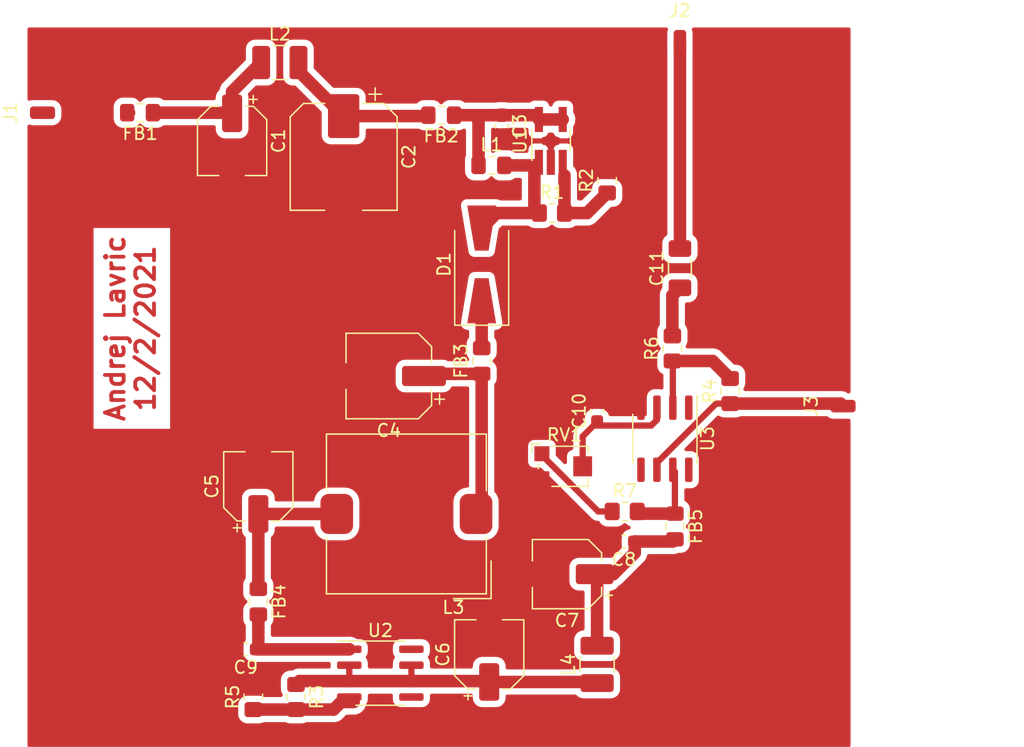
<source format=kicad_pcb>
(kicad_pcb (version 20171130) (host pcbnew 5.1.4+dfsg1-1~bpo10+1)

  (general
    (thickness 1.6)
    (drawings 1)
    (tracks 79)
    (zones 0)
    (modules 35)
    (nets 27)
  )

  (page A4)
  (layers
    (0 F.Cu signal)
    (31 B.Cu signal)
    (32 B.Adhes user)
    (33 F.Adhes user)
    (34 B.Paste user)
    (35 F.Paste user)
    (36 B.SilkS user)
    (37 F.SilkS user)
    (38 B.Mask user)
    (39 F.Mask user)
    (40 Dwgs.User user)
    (41 Cmts.User user)
    (42 Eco1.User user)
    (43 Eco2.User user)
    (44 Edge.Cuts user)
    (45 Margin user)
    (46 B.CrtYd user)
    (47 F.CrtYd user)
    (48 B.Fab user)
    (49 F.Fab user)
  )

  (setup
    (last_trace_width 0.5)
    (user_trace_width 0.5)
    (user_trace_width 0.8)
    (user_trace_width 1)
    (trace_clearance 0.2)
    (zone_clearance 0.5)
    (zone_45_only no)
    (trace_min 0.2)
    (via_size 0.8)
    (via_drill 0.4)
    (via_min_size 0.4)
    (via_min_drill 0.3)
    (uvia_size 0.3)
    (uvia_drill 0.1)
    (uvias_allowed no)
    (uvia_min_size 0.2)
    (uvia_min_drill 0.1)
    (edge_width 0.05)
    (segment_width 0.2)
    (pcb_text_width 0.3)
    (pcb_text_size 1.5 1.5)
    (mod_edge_width 0.12)
    (mod_text_size 1 1)
    (mod_text_width 0.15)
    (pad_size 1.524 1.524)
    (pad_drill 0.762)
    (pad_to_mask_clearance 0)
    (aux_axis_origin 0 0)
    (visible_elements FFFFFF7F)
    (pcbplotparams
      (layerselection 0x010fc_ffffffff)
      (usegerberextensions false)
      (usegerberattributes true)
      (usegerberadvancedattributes true)
      (creategerberjobfile true)
      (excludeedgelayer true)
      (linewidth 0.100000)
      (plotframeref false)
      (viasonmask false)
      (mode 1)
      (useauxorigin false)
      (hpglpennumber 1)
      (hpglpenspeed 20)
      (hpglpendiameter 15.000000)
      (psnegative false)
      (psa4output false)
      (plotreference true)
      (plotvalue true)
      (plotinvisibletext false)
      (padsonsilk false)
      (subtractmaskfromsilk false)
      (outputformat 1)
      (mirror false)
      (drillshape 1)
      (scaleselection 1)
      (outputdirectory ""))
  )

  (net 0 "")
  (net 1 GND)
  (net 2 "Net-(C1-Pad1)")
  (net 3 "Net-(C2-Pad1)")
  (net 4 "Net-(C3-Pad1)")
  (net 5 "Net-(C4-Pad1)")
  (net 6 "Net-(C5-Pad1)")
  (net 7 "Net-(C6-Pad1)")
  (net 8 "Net-(C7-Pad1)")
  (net 9 "Net-(C9-Pad1)")
  (net 10 "Net-(C10-Pad1)")
  (net 11 "Net-(D1-Pad2)")
  (net 12 "Net-(D1-Pad1)")
  (net 13 "Net-(FB1-Pad2)")
  (net 14 "Net-(FB5-Pad1)")
  (net 15 "Net-(R1-Pad2)")
  (net 16 "Net-(R3-Pad2)")
  (net 17 "Net-(R4-Pad2)")
  (net 18 "Net-(R7-Pad1)")
  (net 19 "Net-(U2-Pad8)")
  (net 20 "Net-(U2-Pad5)")
  (net 21 "Net-(U3-Pad8)")
  (net 22 "Net-(U3-Pad5)")
  (net 23 "Net-(U3-Pad1)")
  (net 24 "Net-(C11-Pad2)")
  (net 25 "Net-(C11-Pad1)")
  (net 26 "Net-(J3-Pad1)")

  (net_class Default "This is the default net class."
    (clearance 0.2)
    (trace_width 0.25)
    (via_dia 0.8)
    (via_drill 0.4)
    (uvia_dia 0.3)
    (uvia_drill 0.1)
    (add_net GND)
    (add_net "Net-(C1-Pad1)")
    (add_net "Net-(C10-Pad1)")
    (add_net "Net-(C11-Pad1)")
    (add_net "Net-(C11-Pad2)")
    (add_net "Net-(C2-Pad1)")
    (add_net "Net-(C3-Pad1)")
    (add_net "Net-(C4-Pad1)")
    (add_net "Net-(C5-Pad1)")
    (add_net "Net-(C6-Pad1)")
    (add_net "Net-(C7-Pad1)")
    (add_net "Net-(C9-Pad1)")
    (add_net "Net-(D1-Pad1)")
    (add_net "Net-(D1-Pad2)")
    (add_net "Net-(FB1-Pad2)")
    (add_net "Net-(FB5-Pad1)")
    (add_net "Net-(J3-Pad1)")
    (add_net "Net-(R1-Pad2)")
    (add_net "Net-(R3-Pad2)")
    (add_net "Net-(R4-Pad2)")
    (add_net "Net-(R7-Pad1)")
    (add_net "Net-(U2-Pad5)")
    (add_net "Net-(U2-Pad8)")
    (add_net "Net-(U3-Pad1)")
    (add_net "Net-(U3-Pad5)")
    (add_net "Net-(U3-Pad8)")
  )

  (module Connector_Wire:SolderWirePad_1x01_SMD_1x2mm (layer F.Cu) (tedit 5DD6EB27) (tstamp 6025A7B1)
    (at 116 91 90)
    (descr "Wire Pad, Square, SMD Pad,  5mm x 10mm,")
    (tags "MesurementPoint Square SMDPad 5mmx10mm ")
    (path /60257F39)
    (attr virtual)
    (fp_text reference J3 (at 0 -2.54 90) (layer F.SilkS)
      (effects (font (size 1 1) (thickness 0.15)))
    )
    (fp_text value SMA (at 0 2.54 90) (layer F.Fab)
      (effects (font (size 1 1) (thickness 0.15)))
    )
    (fp_line (start -0.63 1.27) (end -0.63 -1.27) (layer F.Fab) (width 0.1))
    (fp_line (start 0.63 1.27) (end -0.63 1.27) (layer F.Fab) (width 0.1))
    (fp_line (start 0.63 -1.27) (end 0.63 1.27) (layer F.Fab) (width 0.1))
    (fp_line (start -0.63 -1.27) (end 0.63 -1.27) (layer F.Fab) (width 0.1))
    (fp_line (start -0.63 -1.27) (end -0.63 1.27) (layer F.CrtYd) (width 0.05))
    (fp_line (start -0.63 1.27) (end 0.63 1.27) (layer F.CrtYd) (width 0.05))
    (fp_line (start 0.63 1.27) (end 0.63 -1.27) (layer F.CrtYd) (width 0.05))
    (fp_line (start 0.63 -1.27) (end -0.63 -1.27) (layer F.CrtYd) (width 0.05))
    (fp_text user %R (at 0 0 90) (layer F.Fab)
      (effects (font (size 1 1) (thickness 0.15)))
    )
    (pad 1 smd roundrect (at 0 0 90) (size 1 2) (layers F.Cu F.Paste F.Mask) (roundrect_rratio 0.25)
      (net 26 "Net-(J3-Pad1)"))
  )

  (module Connector_Wire:SolderWirePad_1x01_SMD_1x2mm (layer F.Cu) (tedit 5DD6EB27) (tstamp 6025A7A3)
    (at 103 62)
    (descr "Wire Pad, Square, SMD Pad,  5mm x 10mm,")
    (tags "MesurementPoint Square SMDPad 5mmx10mm ")
    (path /602586CD)
    (attr virtual)
    (fp_text reference J2 (at 0 -2.54) (layer F.SilkS)
      (effects (font (size 1 1) (thickness 0.15)))
    )
    (fp_text value BNC (at 0 2.54) (layer F.Fab)
      (effects (font (size 1 1) (thickness 0.15)))
    )
    (fp_line (start -0.63 1.27) (end -0.63 -1.27) (layer F.Fab) (width 0.1))
    (fp_line (start 0.63 1.27) (end -0.63 1.27) (layer F.Fab) (width 0.1))
    (fp_line (start 0.63 -1.27) (end 0.63 1.27) (layer F.Fab) (width 0.1))
    (fp_line (start -0.63 -1.27) (end 0.63 -1.27) (layer F.Fab) (width 0.1))
    (fp_line (start -0.63 -1.27) (end -0.63 1.27) (layer F.CrtYd) (width 0.05))
    (fp_line (start -0.63 1.27) (end 0.63 1.27) (layer F.CrtYd) (width 0.05))
    (fp_line (start 0.63 1.27) (end 0.63 -1.27) (layer F.CrtYd) (width 0.05))
    (fp_line (start 0.63 -1.27) (end -0.63 -1.27) (layer F.CrtYd) (width 0.05))
    (fp_text user %R (at 0 0) (layer F.Fab)
      (effects (font (size 1 1) (thickness 0.15)))
    )
    (pad 1 smd roundrect (at 0 0) (size 1 2) (layers F.Cu F.Paste F.Mask) (roundrect_rratio 0.25)
      (net 24 "Net-(C11-Pad2)"))
  )

  (module Connector_Wire:SolderWirePad_1x01_SMD_1x2mm (layer F.Cu) (tedit 5DD6EB27) (tstamp 6025A795)
    (at 52.2 67.6 90)
    (descr "Wire Pad, Square, SMD Pad,  5mm x 10mm,")
    (tags "MesurementPoint Square SMDPad 5mmx10mm ")
    (path /602660F9)
    (attr virtual)
    (fp_text reference J1 (at 0 -2.54 90) (layer F.SilkS)
      (effects (font (size 1 1) (thickness 0.15)))
    )
    (fp_text value 5-10V (at 0 2.54 90) (layer F.Fab)
      (effects (font (size 1 1) (thickness 0.15)))
    )
    (fp_line (start -0.63 1.27) (end -0.63 -1.27) (layer F.Fab) (width 0.1))
    (fp_line (start 0.63 1.27) (end -0.63 1.27) (layer F.Fab) (width 0.1))
    (fp_line (start 0.63 -1.27) (end 0.63 1.27) (layer F.Fab) (width 0.1))
    (fp_line (start -0.63 -1.27) (end 0.63 -1.27) (layer F.Fab) (width 0.1))
    (fp_line (start -0.63 -1.27) (end -0.63 1.27) (layer F.CrtYd) (width 0.05))
    (fp_line (start -0.63 1.27) (end 0.63 1.27) (layer F.CrtYd) (width 0.05))
    (fp_line (start 0.63 1.27) (end 0.63 -1.27) (layer F.CrtYd) (width 0.05))
    (fp_line (start 0.63 -1.27) (end -0.63 -1.27) (layer F.CrtYd) (width 0.05))
    (fp_text user %R (at 0 0 270) (layer F.Fab)
      (effects (font (size 1 1) (thickness 0.15)))
    )
    (pad 1 smd roundrect (at 0 0 90) (size 1 2) (layers F.Cu F.Paste F.Mask) (roundrect_rratio 0.25)
      (net 13 "Net-(FB1-Pad2)"))
  )

  (module Capacitor_SMD:C_1206_3216Metric_Pad1.33x1.80mm_HandSolder (layer F.Cu) (tedit 5F68FEEF) (tstamp 6025A6B1)
    (at 103 80 90)
    (descr "Capacitor SMD 1206 (3216 Metric), square (rectangular) end terminal, IPC_7351 nominal with elongated pad for handsoldering. (Body size source: IPC-SM-782 page 76, https://www.pcb-3d.com/wordpress/wp-content/uploads/ipc-sm-782a_amendment_1_and_2.pdf), generated with kicad-footprint-generator")
    (tags "capacitor handsolder")
    (path /60256E3B)
    (attr smd)
    (fp_text reference C11 (at 0 -1.85 90) (layer F.SilkS)
      (effects (font (size 1 1) (thickness 0.15)))
    )
    (fp_text value 10u (at 0 1.85 90) (layer F.Fab)
      (effects (font (size 1 1) (thickness 0.15)))
    )
    (fp_text user %R (at 0 0 90) (layer F.Fab)
      (effects (font (size 0.8 0.8) (thickness 0.12)))
    )
    (fp_line (start 2.48 1.15) (end -2.48 1.15) (layer F.CrtYd) (width 0.05))
    (fp_line (start 2.48 -1.15) (end 2.48 1.15) (layer F.CrtYd) (width 0.05))
    (fp_line (start -2.48 -1.15) (end 2.48 -1.15) (layer F.CrtYd) (width 0.05))
    (fp_line (start -2.48 1.15) (end -2.48 -1.15) (layer F.CrtYd) (width 0.05))
    (fp_line (start -0.711252 0.91) (end 0.711252 0.91) (layer F.SilkS) (width 0.12))
    (fp_line (start -0.711252 -0.91) (end 0.711252 -0.91) (layer F.SilkS) (width 0.12))
    (fp_line (start 1.6 0.8) (end -1.6 0.8) (layer F.Fab) (width 0.1))
    (fp_line (start 1.6 -0.8) (end 1.6 0.8) (layer F.Fab) (width 0.1))
    (fp_line (start -1.6 -0.8) (end 1.6 -0.8) (layer F.Fab) (width 0.1))
    (fp_line (start -1.6 0.8) (end -1.6 -0.8) (layer F.Fab) (width 0.1))
    (pad 2 smd roundrect (at 1.5625 0 90) (size 1.325 1.8) (layers F.Cu F.Paste F.Mask) (roundrect_rratio 0.188679)
      (net 24 "Net-(C11-Pad2)"))
    (pad 1 smd roundrect (at -1.5625 0 90) (size 1.325 1.8) (layers F.Cu F.Paste F.Mask) (roundrect_rratio 0.188679)
      (net 25 "Net-(C11-Pad1)"))
    (model ${KISYS3DMOD}/Capacitor_SMD.3dshapes/C_1206_3216Metric.wrl
      (at (xyz 0 0 0))
      (scale (xyz 1 1 1))
      (rotate (xyz 0 0 0))
    )
  )

  (module Package_SO:SOIC-8_3.9x4.9mm_P1.27mm (layer F.Cu) (tedit 5D9F72B1) (tstamp 60249C83)
    (at 101.8 93.6 270)
    (descr "SOIC, 8 Pin (JEDEC MS-012AA, https://www.analog.com/media/en/package-pcb-resources/package/pkg_pdf/soic_narrow-r/r_8.pdf), generated with kicad-footprint-generator ipc_gullwing_generator.py")
    (tags "SOIC SO")
    (path /601A9DFD)
    (attr smd)
    (fp_text reference U3 (at 0 -3.4 90) (layer F.SilkS)
      (effects (font (size 1 1) (thickness 0.15)))
    )
    (fp_text value OP184 (at 0 3.4 90) (layer F.Fab)
      (effects (font (size 1 1) (thickness 0.15)))
    )
    (fp_text user %R (at 0.2 0 90) (layer F.Fab)
      (effects (font (size 0.98 0.98) (thickness 0.15)))
    )
    (fp_line (start 0 2.56) (end 1.95 2.56) (layer F.SilkS) (width 0.12))
    (fp_line (start 0 2.56) (end -1.95 2.56) (layer F.SilkS) (width 0.12))
    (fp_line (start 0 -2.56) (end 1.95 -2.56) (layer F.SilkS) (width 0.12))
    (fp_line (start 0 -2.56) (end -3.45 -2.56) (layer F.SilkS) (width 0.12))
    (fp_line (start -0.975 -2.45) (end 1.95 -2.45) (layer F.Fab) (width 0.1))
    (fp_line (start 1.95 -2.45) (end 1.95 2.45) (layer F.Fab) (width 0.1))
    (fp_line (start 1.95 2.45) (end -1.95 2.45) (layer F.Fab) (width 0.1))
    (fp_line (start -1.95 2.45) (end -1.95 -1.475) (layer F.Fab) (width 0.1))
    (fp_line (start -1.95 -1.475) (end -0.975 -2.45) (layer F.Fab) (width 0.1))
    (fp_line (start -3.7 -2.7) (end -3.7 2.7) (layer F.CrtYd) (width 0.05))
    (fp_line (start -3.7 2.7) (end 3.7 2.7) (layer F.CrtYd) (width 0.05))
    (fp_line (start 3.7 2.7) (end 3.7 -2.7) (layer F.CrtYd) (width 0.05))
    (fp_line (start 3.7 -2.7) (end -3.7 -2.7) (layer F.CrtYd) (width 0.05))
    (pad 8 smd roundrect (at 2.475 -1.905 270) (size 1.95 0.6) (layers F.Cu F.Paste F.Mask) (roundrect_rratio 0.25)
      (net 21 "Net-(U3-Pad8)"))
    (pad 7 smd roundrect (at 2.475 -0.635 270) (size 1.95 0.6) (layers F.Cu F.Paste F.Mask) (roundrect_rratio 0.25)
      (net 14 "Net-(FB5-Pad1)"))
    (pad 6 smd roundrect (at 2.475 0.635 270) (size 1.95 0.6) (layers F.Cu F.Paste F.Mask) (roundrect_rratio 0.25)
      (net 26 "Net-(J3-Pad1)"))
    (pad 5 smd roundrect (at 2.475 1.905 270) (size 1.95 0.6) (layers F.Cu F.Paste F.Mask) (roundrect_rratio 0.25)
      (net 22 "Net-(U3-Pad5)"))
    (pad 4 smd roundrect (at -2.475 1.905 270) (size 1.95 0.6) (layers F.Cu F.Paste F.Mask) (roundrect_rratio 0.25)
      (net 1 GND))
    (pad 3 smd roundrect (at -2.475 0.635 270) (size 1.95 0.6) (layers F.Cu F.Paste F.Mask) (roundrect_rratio 0.25)
      (net 10 "Net-(C10-Pad1)"))
    (pad 2 smd roundrect (at -2.475 -0.635 270) (size 1.95 0.6) (layers F.Cu F.Paste F.Mask) (roundrect_rratio 0.25)
      (net 17 "Net-(R4-Pad2)"))
    (pad 1 smd roundrect (at -2.475 -1.905 270) (size 1.95 0.6) (layers F.Cu F.Paste F.Mask) (roundrect_rratio 0.25)
      (net 23 "Net-(U3-Pad1)"))
    (model ${KISYS3DMOD}/Package_SO.3dshapes/SOIC-8_3.9x4.9mm_P1.27mm.wrl
      (at (xyz 0 0 0))
      (scale (xyz 1 1 1))
      (rotate (xyz 0 0 0))
    )
  )

  (module Package_SO:SOIC-8_3.9x4.9mm_P1.27mm (layer F.Cu) (tedit 5D9F72B1) (tstamp 60249C69)
    (at 79.125 112.295)
    (descr "SOIC, 8 Pin (JEDEC MS-012AA, https://www.analog.com/media/en/package-pcb-resources/package/pkg_pdf/soic_narrow-r/r_8.pdf), generated with kicad-footprint-generator ipc_gullwing_generator.py")
    (tags "SOIC SO")
    (path /60290741)
    (attr smd)
    (fp_text reference U2 (at 0 -3.4) (layer F.SilkS)
      (effects (font (size 1 1) (thickness 0.15)))
    )
    (fp_text value LM317L_SO8 (at 0 3.4) (layer F.Fab)
      (effects (font (size 1 1) (thickness 0.15)))
    )
    (fp_text user %R (at 0 0) (layer F.Fab)
      (effects (font (size 0.98 0.98) (thickness 0.15)))
    )
    (fp_line (start 0 2.56) (end 1.95 2.56) (layer F.SilkS) (width 0.12))
    (fp_line (start 0 2.56) (end -1.95 2.56) (layer F.SilkS) (width 0.12))
    (fp_line (start 0 -2.56) (end 1.95 -2.56) (layer F.SilkS) (width 0.12))
    (fp_line (start 0 -2.56) (end -3.45 -2.56) (layer F.SilkS) (width 0.12))
    (fp_line (start -0.975 -2.45) (end 1.95 -2.45) (layer F.Fab) (width 0.1))
    (fp_line (start 1.95 -2.45) (end 1.95 2.45) (layer F.Fab) (width 0.1))
    (fp_line (start 1.95 2.45) (end -1.95 2.45) (layer F.Fab) (width 0.1))
    (fp_line (start -1.95 2.45) (end -1.95 -1.475) (layer F.Fab) (width 0.1))
    (fp_line (start -1.95 -1.475) (end -0.975 -2.45) (layer F.Fab) (width 0.1))
    (fp_line (start -3.7 -2.7) (end -3.7 2.7) (layer F.CrtYd) (width 0.05))
    (fp_line (start -3.7 2.7) (end 3.7 2.7) (layer F.CrtYd) (width 0.05))
    (fp_line (start 3.7 2.7) (end 3.7 -2.7) (layer F.CrtYd) (width 0.05))
    (fp_line (start 3.7 -2.7) (end -3.7 -2.7) (layer F.CrtYd) (width 0.05))
    (pad 8 smd roundrect (at 2.475 -1.905) (size 1.95 0.6) (layers F.Cu F.Paste F.Mask) (roundrect_rratio 0.25)
      (net 19 "Net-(U2-Pad8)"))
    (pad 7 smd roundrect (at 2.475 -0.635) (size 1.95 0.6) (layers F.Cu F.Paste F.Mask) (roundrect_rratio 0.25)
      (net 7 "Net-(C6-Pad1)"))
    (pad 6 smd roundrect (at 2.475 0.635) (size 1.95 0.6) (layers F.Cu F.Paste F.Mask) (roundrect_rratio 0.25)
      (net 7 "Net-(C6-Pad1)"))
    (pad 5 smd roundrect (at 2.475 1.905) (size 1.95 0.6) (layers F.Cu F.Paste F.Mask) (roundrect_rratio 0.25)
      (net 20 "Net-(U2-Pad5)"))
    (pad 4 smd roundrect (at -2.475 1.905) (size 1.95 0.6) (layers F.Cu F.Paste F.Mask) (roundrect_rratio 0.25)
      (net 16 "Net-(R3-Pad2)"))
    (pad 3 smd roundrect (at -2.475 0.635) (size 1.95 0.6) (layers F.Cu F.Paste F.Mask) (roundrect_rratio 0.25)
      (net 7 "Net-(C6-Pad1)"))
    (pad 2 smd roundrect (at -2.475 -0.635) (size 1.95 0.6) (layers F.Cu F.Paste F.Mask) (roundrect_rratio 0.25)
      (net 7 "Net-(C6-Pad1)"))
    (pad 1 smd roundrect (at -2.475 -1.905) (size 1.95 0.6) (layers F.Cu F.Paste F.Mask) (roundrect_rratio 0.25)
      (net 9 "Net-(C9-Pad1)"))
    (model ${KISYS3DMOD}/Package_SO.3dshapes/SOIC-8_3.9x4.9mm_P1.27mm.wrl
      (at (xyz 0 0 0))
      (scale (xyz 1 1 1))
      (rotate (xyz 0 0 0))
    )
  )

  (module Package_TO_SOT_SMD:TSOT-23-5_HandSoldering (layer F.Cu) (tedit 5A02FF57) (tstamp 60249C4F)
    (at 92.71 69.85 90)
    (descr "5-pin TSOT23 package, http://cds.linear.com/docs/en/packaging/SOT_5_05-08-1635.pdf")
    (tags "TSOT-23-5 Hand-soldering")
    (path /601A975F)
    (attr smd)
    (fp_text reference U1 (at 0 -2.45 90) (layer F.SilkS)
      (effects (font (size 1 1) (thickness 0.15)))
    )
    (fp_text value MIC2288 (at 0 2.5 90) (layer F.Fab)
      (effects (font (size 1 1) (thickness 0.15)))
    )
    (fp_text user %R (at 0 0) (layer F.Fab)
      (effects (font (size 0.5 0.5) (thickness 0.075)))
    )
    (fp_line (start -0.88 1.56) (end 0.88 1.56) (layer F.SilkS) (width 0.12))
    (fp_line (start 0.88 -1.51) (end -1.55 -1.51) (layer F.SilkS) (width 0.12))
    (fp_line (start -0.88 -1) (end -0.43 -1.45) (layer F.Fab) (width 0.1))
    (fp_line (start 0.88 -1.45) (end -0.43 -1.45) (layer F.Fab) (width 0.1))
    (fp_line (start -0.88 -1) (end -0.88 1.45) (layer F.Fab) (width 0.1))
    (fp_line (start 0.88 1.45) (end -0.88 1.45) (layer F.Fab) (width 0.1))
    (fp_line (start 0.88 -1.45) (end 0.88 1.45) (layer F.Fab) (width 0.1))
    (fp_line (start -2.96 -1.7) (end 2.96 -1.7) (layer F.CrtYd) (width 0.05))
    (fp_line (start -2.96 -1.7) (end -2.96 1.7) (layer F.CrtYd) (width 0.05))
    (fp_line (start 2.96 1.7) (end 2.96 -1.7) (layer F.CrtYd) (width 0.05))
    (fp_line (start 2.96 1.7) (end -2.96 1.7) (layer F.CrtYd) (width 0.05))
    (pad 5 smd rect (at 1.71 -0.95 90) (size 2 0.65) (layers F.Cu F.Paste F.Mask)
      (net 4 "Net-(C3-Pad1)"))
    (pad 4 smd rect (at 1.71 0.95 90) (size 2 0.65) (layers F.Cu F.Paste F.Mask)
      (net 4 "Net-(C3-Pad1)"))
    (pad 3 smd rect (at -1.71 0.95 90) (size 2 0.65) (layers F.Cu F.Paste F.Mask)
      (net 15 "Net-(R1-Pad2)"))
    (pad 2 smd rect (at -1.71 0 90) (size 2 0.65) (layers F.Cu F.Paste F.Mask)
      (net 1 GND))
    (pad 1 smd rect (at -1.71 -0.95 90) (size 2 0.65) (layers F.Cu F.Paste F.Mask)
      (net 11 "Net-(D1-Pad2)"))
    (model ${KISYS3DMOD}/Package_TO_SOT_SMD.3dshapes/TSOT-23-5.wrl
      (at (xyz 0 0 0))
      (scale (xyz 1 1 1))
      (rotate (xyz 0 0 0))
    )
  )

  (module Potentiometer_SMD:Potentiometer_Bourns_TC33X_Vertical (layer F.Cu) (tedit 5C165D15) (tstamp 60249C3A)
    (at 93.8 95.8)
    (descr "Potentiometer, Bourns, TC33X, Vertical, https://www.bourns.com/pdfs/TC33.pdf")
    (tags "Potentiometer Bourns TC33X Vertical")
    (path /602819F3)
    (attr smd)
    (fp_text reference RV1 (at 0 -2.5) (layer F.SilkS)
      (effects (font (size 1 1) (thickness 0.15)))
    )
    (fp_text value R_POT (at 0 2.5) (layer F.Fab)
      (effects (font (size 1 1) (thickness 0.15)))
    )
    (fp_text user "Wiper may be\nanywhere within\ncircle shown" (at -0.15 -0.8) (layer Cmts.User)
      (effects (font (size 0.15 0.15) (thickness 0.02)))
    )
    (fp_text user %R (at 0 0) (layer F.Fab)
      (effects (font (size 0.7 0.7) (thickness 0.105)))
    )
    (fp_circle (center 0 0) (end 1.5 0) (layer F.Fab) (width 0.1))
    (fp_line (start -2 -0.75) (end -2 1.5) (layer F.Fab) (width 0.1))
    (fp_line (start -2 1.5) (end 1.8 1.5) (layer F.Fab) (width 0.1))
    (fp_line (start 1.8 1.5) (end 1.8 -1.5) (layer F.Fab) (width 0.1))
    (fp_line (start 1.8 -1.5) (end -1.25 -1.5) (layer F.Fab) (width 0.1))
    (fp_line (start -1.25 -1.5) (end -2 -0.75) (layer F.Fab) (width 0.1))
    (fp_line (start -2.1 -0.2) (end -2.1 0.2) (layer F.SilkS) (width 0.12))
    (fp_line (start -1 -1.6) (end 1.9 -1.6) (layer F.SilkS) (width 0.12))
    (fp_line (start 1.9 -1.6) (end 1.9 -1) (layer F.SilkS) (width 0.12))
    (fp_line (start -1 1.6) (end 1.9 1.6) (layer F.SilkS) (width 0.12))
    (fp_line (start 1.9 1.6) (end 1.9 1) (layer F.SilkS) (width 0.12))
    (fp_line (start -1.9 -1.8) (end -2.6 -1.8) (layer F.SilkS) (width 0.12))
    (fp_line (start -2.6 -1.8) (end -2.6 -1.1) (layer F.SilkS) (width 0.12))
    (fp_line (start -2.65 -1.85) (end 2.45 -1.85) (layer F.CrtYd) (width 0.05))
    (fp_line (start 2.45 -1.85) (end 2.45 1.85) (layer F.CrtYd) (width 0.05))
    (fp_line (start 2.45 1.85) (end -2.65 1.85) (layer F.CrtYd) (width 0.05))
    (fp_line (start -2.65 1.85) (end -2.65 -1.85) (layer F.CrtYd) (width 0.05))
    (fp_circle (center 0 0) (end 1.8 0) (layer Dwgs.User) (width 0.05))
    (pad 2 smd rect (at 1.45 0) (size 1.5 1.6) (layers F.Cu F.Paste F.Mask)
      (net 10 "Net-(C10-Pad1)"))
    (pad 3 smd rect (at -1.8 1) (size 1.2 1.2) (layers F.Cu F.Paste F.Mask)
      (net 1 GND))
    (pad 1 smd rect (at -1.8 -1) (size 1.2 1.2) (layers F.Cu F.Paste F.Mask)
      (net 18 "Net-(R7-Pad1)"))
    (model ${KISYS3DMOD}/Potentiometer_SMD.3dshapes/Potentiometer_Bourns_TC33X_Vertical.wrl
      (at (xyz 0 0 0))
      (scale (xyz 1 1 1))
      (rotate (xyz 0 0 0))
    )
  )

  (module Resistor_SMD:R_0805_2012Metric_Pad1.20x1.40mm_HandSolder (layer F.Cu) (tedit 5F68FEEE) (tstamp 60249C1F)
    (at 98.6 99.4)
    (descr "Resistor SMD 0805 (2012 Metric), square (rectangular) end terminal, IPC_7351 nominal with elongated pad for handsoldering. (Body size source: IPC-SM-782 page 72, https://www.pcb-3d.com/wordpress/wp-content/uploads/ipc-sm-782a_amendment_1_and_2.pdf), generated with kicad-footprint-generator")
    (tags "resistor handsolder")
    (path /6025674D)
    (attr smd)
    (fp_text reference R7 (at 0 -1.65) (layer F.SilkS)
      (effects (font (size 1 1) (thickness 0.15)))
    )
    (fp_text value R (at 0 1.65) (layer F.Fab)
      (effects (font (size 1 1) (thickness 0.15)))
    )
    (fp_text user %R (at 0 0) (layer F.Fab)
      (effects (font (size 0.5 0.5) (thickness 0.08)))
    )
    (fp_line (start -1 0.625) (end -1 -0.625) (layer F.Fab) (width 0.1))
    (fp_line (start -1 -0.625) (end 1 -0.625) (layer F.Fab) (width 0.1))
    (fp_line (start 1 -0.625) (end 1 0.625) (layer F.Fab) (width 0.1))
    (fp_line (start 1 0.625) (end -1 0.625) (layer F.Fab) (width 0.1))
    (fp_line (start -0.227064 -0.735) (end 0.227064 -0.735) (layer F.SilkS) (width 0.12))
    (fp_line (start -0.227064 0.735) (end 0.227064 0.735) (layer F.SilkS) (width 0.12))
    (fp_line (start -1.85 0.95) (end -1.85 -0.95) (layer F.CrtYd) (width 0.05))
    (fp_line (start -1.85 -0.95) (end 1.85 -0.95) (layer F.CrtYd) (width 0.05))
    (fp_line (start 1.85 -0.95) (end 1.85 0.95) (layer F.CrtYd) (width 0.05))
    (fp_line (start 1.85 0.95) (end -1.85 0.95) (layer F.CrtYd) (width 0.05))
    (pad 2 smd roundrect (at 1 0) (size 1.2 1.4) (layers F.Cu F.Paste F.Mask) (roundrect_rratio 0.208333)
      (net 14 "Net-(FB5-Pad1)"))
    (pad 1 smd roundrect (at -1 0) (size 1.2 1.4) (layers F.Cu F.Paste F.Mask) (roundrect_rratio 0.208333)
      (net 18 "Net-(R7-Pad1)"))
    (model ${KISYS3DMOD}/Resistor_SMD.3dshapes/R_0805_2012Metric.wrl
      (at (xyz 0 0 0))
      (scale (xyz 1 1 1))
      (rotate (xyz 0 0 0))
    )
  )

  (module Resistor_SMD:R_0805_2012Metric_Pad1.20x1.40mm_HandSolder (layer F.Cu) (tedit 5F68FEEE) (tstamp 60249C0E)
    (at 102.4 86.4 90)
    (descr "Resistor SMD 0805 (2012 Metric), square (rectangular) end terminal, IPC_7351 nominal with elongated pad for handsoldering. (Body size source: IPC-SM-782 page 72, https://www.pcb-3d.com/wordpress/wp-content/uploads/ipc-sm-782a_amendment_1_and_2.pdf), generated with kicad-footprint-generator")
    (tags "resistor handsolder")
    (path /60255FB2)
    (attr smd)
    (fp_text reference R6 (at 0 -1.65 90) (layer F.SilkS)
      (effects (font (size 1 1) (thickness 0.15)))
    )
    (fp_text value R (at 0 1.65 90) (layer F.Fab)
      (effects (font (size 1 1) (thickness 0.15)))
    )
    (fp_text user %R (at 0 0 90) (layer F.Fab)
      (effects (font (size 0.5 0.5) (thickness 0.08)))
    )
    (fp_line (start -1 0.625) (end -1 -0.625) (layer F.Fab) (width 0.1))
    (fp_line (start -1 -0.625) (end 1 -0.625) (layer F.Fab) (width 0.1))
    (fp_line (start 1 -0.625) (end 1 0.625) (layer F.Fab) (width 0.1))
    (fp_line (start 1 0.625) (end -1 0.625) (layer F.Fab) (width 0.1))
    (fp_line (start -0.227064 -0.735) (end 0.227064 -0.735) (layer F.SilkS) (width 0.12))
    (fp_line (start -0.227064 0.735) (end 0.227064 0.735) (layer F.SilkS) (width 0.12))
    (fp_line (start -1.85 0.95) (end -1.85 -0.95) (layer F.CrtYd) (width 0.05))
    (fp_line (start -1.85 -0.95) (end 1.85 -0.95) (layer F.CrtYd) (width 0.05))
    (fp_line (start 1.85 -0.95) (end 1.85 0.95) (layer F.CrtYd) (width 0.05))
    (fp_line (start 1.85 0.95) (end -1.85 0.95) (layer F.CrtYd) (width 0.05))
    (pad 2 smd roundrect (at 1 0 90) (size 1.2 1.4) (layers F.Cu F.Paste F.Mask) (roundrect_rratio 0.208333)
      (net 25 "Net-(C11-Pad1)"))
    (pad 1 smd roundrect (at -1 0 90) (size 1.2 1.4) (layers F.Cu F.Paste F.Mask) (roundrect_rratio 0.208333)
      (net 17 "Net-(R4-Pad2)"))
    (model ${KISYS3DMOD}/Resistor_SMD.3dshapes/R_0805_2012Metric.wrl
      (at (xyz 0 0 0))
      (scale (xyz 1 1 1))
      (rotate (xyz 0 0 0))
    )
  )

  (module Resistor_SMD:R_0805_2012Metric_Pad1.20x1.40mm_HandSolder (layer F.Cu) (tedit 5F68FEEE) (tstamp 60249BFD)
    (at 69 114.2 90)
    (descr "Resistor SMD 0805 (2012 Metric), square (rectangular) end terminal, IPC_7351 nominal with elongated pad for handsoldering. (Body size source: IPC-SM-782 page 72, https://www.pcb-3d.com/wordpress/wp-content/uploads/ipc-sm-782a_amendment_1_and_2.pdf), generated with kicad-footprint-generator")
    (tags "resistor handsolder")
    (path /60255837)
    (attr smd)
    (fp_text reference R5 (at 0 -1.65 90) (layer F.SilkS)
      (effects (font (size 1 1) (thickness 0.15)))
    )
    (fp_text value R (at 0 1.65 90) (layer F.Fab)
      (effects (font (size 1 1) (thickness 0.15)))
    )
    (fp_text user %R (at 0 0 90) (layer F.Fab)
      (effects (font (size 0.5 0.5) (thickness 0.08)))
    )
    (fp_line (start -1 0.625) (end -1 -0.625) (layer F.Fab) (width 0.1))
    (fp_line (start -1 -0.625) (end 1 -0.625) (layer F.Fab) (width 0.1))
    (fp_line (start 1 -0.625) (end 1 0.625) (layer F.Fab) (width 0.1))
    (fp_line (start 1 0.625) (end -1 0.625) (layer F.Fab) (width 0.1))
    (fp_line (start -0.227064 -0.735) (end 0.227064 -0.735) (layer F.SilkS) (width 0.12))
    (fp_line (start -0.227064 0.735) (end 0.227064 0.735) (layer F.SilkS) (width 0.12))
    (fp_line (start -1.85 0.95) (end -1.85 -0.95) (layer F.CrtYd) (width 0.05))
    (fp_line (start -1.85 -0.95) (end 1.85 -0.95) (layer F.CrtYd) (width 0.05))
    (fp_line (start 1.85 -0.95) (end 1.85 0.95) (layer F.CrtYd) (width 0.05))
    (fp_line (start 1.85 0.95) (end -1.85 0.95) (layer F.CrtYd) (width 0.05))
    (pad 2 smd roundrect (at 1 0 90) (size 1.2 1.4) (layers F.Cu F.Paste F.Mask) (roundrect_rratio 0.208333)
      (net 1 GND))
    (pad 1 smd roundrect (at -1 0 90) (size 1.2 1.4) (layers F.Cu F.Paste F.Mask) (roundrect_rratio 0.208333)
      (net 16 "Net-(R3-Pad2)"))
    (model ${KISYS3DMOD}/Resistor_SMD.3dshapes/R_0805_2012Metric.wrl
      (at (xyz 0 0 0))
      (scale (xyz 1 1 1))
      (rotate (xyz 0 0 0))
    )
  )

  (module Resistor_SMD:R_0805_2012Metric_Pad1.20x1.40mm_HandSolder (layer F.Cu) (tedit 5F68FEEE) (tstamp 60249BEC)
    (at 107 89.8 90)
    (descr "Resistor SMD 0805 (2012 Metric), square (rectangular) end terminal, IPC_7351 nominal with elongated pad for handsoldering. (Body size source: IPC-SM-782 page 72, https://www.pcb-3d.com/wordpress/wp-content/uploads/ipc-sm-782a_amendment_1_and_2.pdf), generated with kicad-footprint-generator")
    (tags "resistor handsolder")
    (path /602563ED)
    (attr smd)
    (fp_text reference R4 (at 0 -1.65 90) (layer F.SilkS)
      (effects (font (size 1 1) (thickness 0.15)))
    )
    (fp_text value R (at 0 1.65 90) (layer F.Fab)
      (effects (font (size 1 1) (thickness 0.15)))
    )
    (fp_text user %R (at 0 0 90) (layer F.Fab)
      (effects (font (size 0.5 0.5) (thickness 0.08)))
    )
    (fp_line (start -1 0.625) (end -1 -0.625) (layer F.Fab) (width 0.1))
    (fp_line (start -1 -0.625) (end 1 -0.625) (layer F.Fab) (width 0.1))
    (fp_line (start 1 -0.625) (end 1 0.625) (layer F.Fab) (width 0.1))
    (fp_line (start 1 0.625) (end -1 0.625) (layer F.Fab) (width 0.1))
    (fp_line (start -0.227064 -0.735) (end 0.227064 -0.735) (layer F.SilkS) (width 0.12))
    (fp_line (start -0.227064 0.735) (end 0.227064 0.735) (layer F.SilkS) (width 0.12))
    (fp_line (start -1.85 0.95) (end -1.85 -0.95) (layer F.CrtYd) (width 0.05))
    (fp_line (start -1.85 -0.95) (end 1.85 -0.95) (layer F.CrtYd) (width 0.05))
    (fp_line (start 1.85 -0.95) (end 1.85 0.95) (layer F.CrtYd) (width 0.05))
    (fp_line (start 1.85 0.95) (end -1.85 0.95) (layer F.CrtYd) (width 0.05))
    (pad 2 smd roundrect (at 1 0 90) (size 1.2 1.4) (layers F.Cu F.Paste F.Mask) (roundrect_rratio 0.208333)
      (net 17 "Net-(R4-Pad2)"))
    (pad 1 smd roundrect (at -1 0 90) (size 1.2 1.4) (layers F.Cu F.Paste F.Mask) (roundrect_rratio 0.208333)
      (net 26 "Net-(J3-Pad1)"))
    (model ${KISYS3DMOD}/Resistor_SMD.3dshapes/R_0805_2012Metric.wrl
      (at (xyz 0 0 0))
      (scale (xyz 1 1 1))
      (rotate (xyz 0 0 0))
    )
  )

  (module Resistor_SMD:R_0805_2012Metric_Pad1.20x1.40mm_HandSolder (layer F.Cu) (tedit 5F68FEEE) (tstamp 60249BDB)
    (at 72.4 114.2 270)
    (descr "Resistor SMD 0805 (2012 Metric), square (rectangular) end terminal, IPC_7351 nominal with elongated pad for handsoldering. (Body size source: IPC-SM-782 page 72, https://www.pcb-3d.com/wordpress/wp-content/uploads/ipc-sm-782a_amendment_1_and_2.pdf), generated with kicad-footprint-generator")
    (tags "resistor handsolder")
    (path /602552D1)
    (attr smd)
    (fp_text reference R3 (at 0 -1.65 90) (layer F.SilkS)
      (effects (font (size 1 1) (thickness 0.15)))
    )
    (fp_text value R (at 0 1.65 90) (layer F.Fab)
      (effects (font (size 1 1) (thickness 0.15)))
    )
    (fp_text user %R (at 0 0 90) (layer F.Fab)
      (effects (font (size 0.5 0.5) (thickness 0.08)))
    )
    (fp_line (start -1 0.625) (end -1 -0.625) (layer F.Fab) (width 0.1))
    (fp_line (start -1 -0.625) (end 1 -0.625) (layer F.Fab) (width 0.1))
    (fp_line (start 1 -0.625) (end 1 0.625) (layer F.Fab) (width 0.1))
    (fp_line (start 1 0.625) (end -1 0.625) (layer F.Fab) (width 0.1))
    (fp_line (start -0.227064 -0.735) (end 0.227064 -0.735) (layer F.SilkS) (width 0.12))
    (fp_line (start -0.227064 0.735) (end 0.227064 0.735) (layer F.SilkS) (width 0.12))
    (fp_line (start -1.85 0.95) (end -1.85 -0.95) (layer F.CrtYd) (width 0.05))
    (fp_line (start -1.85 -0.95) (end 1.85 -0.95) (layer F.CrtYd) (width 0.05))
    (fp_line (start 1.85 -0.95) (end 1.85 0.95) (layer F.CrtYd) (width 0.05))
    (fp_line (start 1.85 0.95) (end -1.85 0.95) (layer F.CrtYd) (width 0.05))
    (pad 2 smd roundrect (at 1 0 270) (size 1.2 1.4) (layers F.Cu F.Paste F.Mask) (roundrect_rratio 0.208333)
      (net 16 "Net-(R3-Pad2)"))
    (pad 1 smd roundrect (at -1 0 270) (size 1.2 1.4) (layers F.Cu F.Paste F.Mask) (roundrect_rratio 0.208333)
      (net 7 "Net-(C6-Pad1)"))
    (model ${KISYS3DMOD}/Resistor_SMD.3dshapes/R_0805_2012Metric.wrl
      (at (xyz 0 0 0))
      (scale (xyz 1 1 1))
      (rotate (xyz 0 0 0))
    )
  )

  (module Resistor_SMD:R_0805_2012Metric_Pad1.20x1.40mm_HandSolder (layer F.Cu) (tedit 5F68FEEE) (tstamp 60249BCA)
    (at 97.2 73 90)
    (descr "Resistor SMD 0805 (2012 Metric), square (rectangular) end terminal, IPC_7351 nominal with elongated pad for handsoldering. (Body size source: IPC-SM-782 page 72, https://www.pcb-3d.com/wordpress/wp-content/uploads/ipc-sm-782a_amendment_1_and_2.pdf), generated with kicad-footprint-generator")
    (tags "resistor handsolder")
    (path /60255DC8)
    (attr smd)
    (fp_text reference R2 (at 0 -1.65 90) (layer F.SilkS)
      (effects (font (size 1 1) (thickness 0.15)))
    )
    (fp_text value R (at 0 1.65 90) (layer F.Fab)
      (effects (font (size 1 1) (thickness 0.15)))
    )
    (fp_text user %R (at 0 0 90) (layer F.Fab)
      (effects (font (size 0.5 0.5) (thickness 0.08)))
    )
    (fp_line (start -1 0.625) (end -1 -0.625) (layer F.Fab) (width 0.1))
    (fp_line (start -1 -0.625) (end 1 -0.625) (layer F.Fab) (width 0.1))
    (fp_line (start 1 -0.625) (end 1 0.625) (layer F.Fab) (width 0.1))
    (fp_line (start 1 0.625) (end -1 0.625) (layer F.Fab) (width 0.1))
    (fp_line (start -0.227064 -0.735) (end 0.227064 -0.735) (layer F.SilkS) (width 0.12))
    (fp_line (start -0.227064 0.735) (end 0.227064 0.735) (layer F.SilkS) (width 0.12))
    (fp_line (start -1.85 0.95) (end -1.85 -0.95) (layer F.CrtYd) (width 0.05))
    (fp_line (start -1.85 -0.95) (end 1.85 -0.95) (layer F.CrtYd) (width 0.05))
    (fp_line (start 1.85 -0.95) (end 1.85 0.95) (layer F.CrtYd) (width 0.05))
    (fp_line (start 1.85 0.95) (end -1.85 0.95) (layer F.CrtYd) (width 0.05))
    (pad 2 smd roundrect (at 1 0 90) (size 1.2 1.4) (layers F.Cu F.Paste F.Mask) (roundrect_rratio 0.208333)
      (net 1 GND))
    (pad 1 smd roundrect (at -1 0 90) (size 1.2 1.4) (layers F.Cu F.Paste F.Mask) (roundrect_rratio 0.208333)
      (net 15 "Net-(R1-Pad2)"))
    (model ${KISYS3DMOD}/Resistor_SMD.3dshapes/R_0805_2012Metric.wrl
      (at (xyz 0 0 0))
      (scale (xyz 1 1 1))
      (rotate (xyz 0 0 0))
    )
  )

  (module Resistor_SMD:R_0805_2012Metric_Pad1.20x1.40mm_HandSolder (layer F.Cu) (tedit 5F68FEEE) (tstamp 60249BB9)
    (at 92.8 75.6)
    (descr "Resistor SMD 0805 (2012 Metric), square (rectangular) end terminal, IPC_7351 nominal with elongated pad for handsoldering. (Body size source: IPC-SM-782 page 72, https://www.pcb-3d.com/wordpress/wp-content/uploads/ipc-sm-782a_amendment_1_and_2.pdf), generated with kicad-footprint-generator")
    (tags "resistor handsolder")
    (path /60255A9C)
    (attr smd)
    (fp_text reference R1 (at 0 -1.65) (layer F.SilkS)
      (effects (font (size 1 1) (thickness 0.15)))
    )
    (fp_text value R (at 0 1.65) (layer F.Fab)
      (effects (font (size 1 1) (thickness 0.15)))
    )
    (fp_text user %R (at 0 0) (layer F.Fab)
      (effects (font (size 0.5 0.5) (thickness 0.08)))
    )
    (fp_line (start -1 0.625) (end -1 -0.625) (layer F.Fab) (width 0.1))
    (fp_line (start -1 -0.625) (end 1 -0.625) (layer F.Fab) (width 0.1))
    (fp_line (start 1 -0.625) (end 1 0.625) (layer F.Fab) (width 0.1))
    (fp_line (start 1 0.625) (end -1 0.625) (layer F.Fab) (width 0.1))
    (fp_line (start -0.227064 -0.735) (end 0.227064 -0.735) (layer F.SilkS) (width 0.12))
    (fp_line (start -0.227064 0.735) (end 0.227064 0.735) (layer F.SilkS) (width 0.12))
    (fp_line (start -1.85 0.95) (end -1.85 -0.95) (layer F.CrtYd) (width 0.05))
    (fp_line (start -1.85 -0.95) (end 1.85 -0.95) (layer F.CrtYd) (width 0.05))
    (fp_line (start 1.85 -0.95) (end 1.85 0.95) (layer F.CrtYd) (width 0.05))
    (fp_line (start 1.85 0.95) (end -1.85 0.95) (layer F.CrtYd) (width 0.05))
    (pad 2 smd roundrect (at 1 0) (size 1.2 1.4) (layers F.Cu F.Paste F.Mask) (roundrect_rratio 0.208333)
      (net 15 "Net-(R1-Pad2)"))
    (pad 1 smd roundrect (at -1 0) (size 1.2 1.4) (layers F.Cu F.Paste F.Mask) (roundrect_rratio 0.208333)
      (net 11 "Net-(D1-Pad2)"))
    (model ${KISYS3DMOD}/Resistor_SMD.3dshapes/R_0805_2012Metric.wrl
      (at (xyz 0 0 0))
      (scale (xyz 1 1 1))
      (rotate (xyz 0 0 0))
    )
  )

  (module Inductor_SMD:L_1210_3225Metric_Pad1.42x2.65mm_HandSolder (layer F.Cu) (tedit 5F68FEF0) (tstamp 60249BA8)
    (at 96.4 111.6 90)
    (descr "Inductor SMD 1210 (3225 Metric), square (rectangular) end terminal, IPC_7351 nominal with elongated pad for handsoldering. (Body size source: http://www.tortai-tech.com/upload/download/2011102023233369053.pdf), generated with kicad-footprint-generator")
    (tags "inductor handsolder")
    (path /601BB544)
    (attr smd)
    (fp_text reference L4 (at 0 -2.28 90) (layer F.SilkS)
      (effects (font (size 1 1) (thickness 0.15)))
    )
    (fp_text value 47u (at 0 2.28 90) (layer F.Fab)
      (effects (font (size 1 1) (thickness 0.15)))
    )
    (fp_text user %R (at 0 0 90) (layer F.Fab)
      (effects (font (size 0.8 0.8) (thickness 0.12)))
    )
    (fp_line (start -1.6 1.25) (end -1.6 -1.25) (layer F.Fab) (width 0.1))
    (fp_line (start -1.6 -1.25) (end 1.6 -1.25) (layer F.Fab) (width 0.1))
    (fp_line (start 1.6 -1.25) (end 1.6 1.25) (layer F.Fab) (width 0.1))
    (fp_line (start 1.6 1.25) (end -1.6 1.25) (layer F.Fab) (width 0.1))
    (fp_line (start -0.602064 -1.36) (end 0.602064 -1.36) (layer F.SilkS) (width 0.12))
    (fp_line (start -0.602064 1.36) (end 0.602064 1.36) (layer F.SilkS) (width 0.12))
    (fp_line (start -2.45 1.58) (end -2.45 -1.58) (layer F.CrtYd) (width 0.05))
    (fp_line (start -2.45 -1.58) (end 2.45 -1.58) (layer F.CrtYd) (width 0.05))
    (fp_line (start 2.45 -1.58) (end 2.45 1.58) (layer F.CrtYd) (width 0.05))
    (fp_line (start 2.45 1.58) (end -2.45 1.58) (layer F.CrtYd) (width 0.05))
    (pad 2 smd roundrect (at 1.4875 0 90) (size 1.425 2.65) (layers F.Cu F.Paste F.Mask) (roundrect_rratio 0.175439)
      (net 8 "Net-(C7-Pad1)"))
    (pad 1 smd roundrect (at -1.4875 0 90) (size 1.425 2.65) (layers F.Cu F.Paste F.Mask) (roundrect_rratio 0.175439)
      (net 7 "Net-(C6-Pad1)"))
    (model ${KISYS3DMOD}/Inductor_SMD.3dshapes/L_1210_3225Metric.wrl
      (at (xyz 0 0 0))
      (scale (xyz 1 1 1))
      (rotate (xyz 0 0 0))
    )
  )

  (module Inductor_SMD:L_TDK_SLF12575 (layer F.Cu) (tedit 5C2392AD) (tstamp 60249B97)
    (at 81.2 99.6 180)
    (descr "Inductor, TDK, SLF12575, 12.5mmx12.5mm (Script generated with StandardBox.py) (https://product.tdk.com/info/en/catalog/datasheets/inductor_automotive_power_slf12575-h_en.pdf)")
    (tags "Inductor SLF12575")
    (path /601BBA60)
    (attr smd)
    (fp_text reference L3 (at -3.75 -7.45) (layer F.SilkS)
      (effects (font (size 1 1) (thickness 0.15)))
    )
    (fp_text value 1m (at 0 7.25) (layer F.Fab)
      (effects (font (size 1 1) (thickness 0.15)))
    )
    (fp_text user "" (at -49 0.05) (layer F.SilkS)
      (effects (font (size 3 3) (thickness 0.15)))
    )
    (fp_text user %R (at 0 0) (layer F.Fab)
      (effects (font (size 1 1) (thickness 0.15)))
    )
    (fp_line (start -5.75 -6.25) (end 6.25 -6.25) (layer F.Fab) (width 0.1))
    (fp_line (start 6.25 -6.25) (end 6.25 6.25) (layer F.Fab) (width 0.1))
    (fp_line (start 6.25 6.25) (end -6.25 6.25) (layer F.Fab) (width 0.1))
    (fp_line (start -6.25 6.25) (end -6.25 -5.75) (layer F.Fab) (width 0.1))
    (fp_line (start -6.25 -5.75) (end -5.75 -6.25) (layer F.Fab) (width 0.1))
    (fp_line (start -6.75 -3.75) (end -6.75 -6.75) (layer F.SilkS) (width 0.12))
    (fp_line (start -6.75 -6.75) (end -3.75 -6.75) (layer F.SilkS) (width 0.12))
    (fp_line (start -6.37 -6.37) (end 6.37 -6.37) (layer F.SilkS) (width 0.12))
    (fp_line (start 6.37 -6.37) (end 6.37 -1.85) (layer F.SilkS) (width 0.12))
    (fp_line (start 6.37 1.85) (end 6.37 6.37) (layer F.SilkS) (width 0.12))
    (fp_line (start -6.37 6.37) (end 6.37 6.37) (layer F.SilkS) (width 0.12))
    (fp_line (start -6.37 -6.37) (end -6.37 -1.85) (layer F.SilkS) (width 0.12))
    (fp_line (start -6.37 1.85) (end -6.37 6.37) (layer F.SilkS) (width 0.12))
    (fp_line (start -6.5 -6.5) (end 6.5 -6.5) (layer F.CrtYd) (width 0.05))
    (fp_line (start 6.5 -6.5) (end 6.5 -1.86) (layer F.CrtYd) (width 0.05))
    (fp_line (start 6.5 -1.86) (end 7.11 -1.86) (layer F.CrtYd) (width 0.05))
    (fp_line (start 7.11 -1.86) (end 7.11 1.86) (layer F.CrtYd) (width 0.05))
    (fp_line (start 7.11 1.86) (end 6.5 1.86) (layer F.CrtYd) (width 0.05))
    (fp_line (start 6.5 1.86) (end 6.5 6.5) (layer F.CrtYd) (width 0.05))
    (fp_line (start -6.5 6.5) (end 6.5 6.5) (layer F.CrtYd) (width 0.05))
    (fp_line (start -6.5 -6.5) (end -6.5 -1.86) (layer F.CrtYd) (width 0.05))
    (fp_line (start -6.5 -1.86) (end -7.11 -1.86) (layer F.CrtYd) (width 0.05))
    (fp_line (start -7.11 -1.86) (end -7.11 1.86) (layer F.CrtYd) (width 0.05))
    (fp_line (start -7.11 1.86) (end -6.5 1.86) (layer F.CrtYd) (width 0.05))
    (fp_line (start -6.5 1.86) (end -6.5 6.5) (layer F.CrtYd) (width 0.05))
    (pad 2 smd roundrect (at 5.55 0 180) (size 2.6 3.2) (layers F.Cu F.Paste F.Mask) (roundrect_rratio 0.25)
      (net 6 "Net-(C5-Pad1)"))
    (pad 1 smd roundrect (at -5.55 0 180) (size 2.6 3.2) (layers F.Cu F.Paste F.Mask) (roundrect_rratio 0.25)
      (net 5 "Net-(C4-Pad1)"))
    (model ${KISYS3DMOD}/Inductor_SMD.3dshapes/L_TDK_SLF12575.wrl
      (at (xyz 0 0 0))
      (scale (xyz 1 1 1))
      (rotate (xyz 0 0 0))
    )
  )

  (module Inductor_SMD:L_1210_3225Metric_Pad1.42x2.65mm_HandSolder (layer F.Cu) (tedit 5F68FEF0) (tstamp 60249B76)
    (at 71.1125 63.6)
    (descr "Inductor SMD 1210 (3225 Metric), square (rectangular) end terminal, IPC_7351 nominal with elongated pad for handsoldering. (Body size source: http://www.tortai-tech.com/upload/download/2011102023233369053.pdf), generated with kicad-footprint-generator")
    (tags "inductor handsolder")
    (path /601BA615)
    (attr smd)
    (fp_text reference L2 (at 0 -2.28) (layer F.SilkS)
      (effects (font (size 1 1) (thickness 0.15)))
    )
    (fp_text value 47u (at 0 2.28) (layer F.Fab)
      (effects (font (size 1 1) (thickness 0.15)))
    )
    (fp_text user %R (at 0 0) (layer F.Fab)
      (effects (font (size 0.8 0.8) (thickness 0.12)))
    )
    (fp_line (start -1.6 1.25) (end -1.6 -1.25) (layer F.Fab) (width 0.1))
    (fp_line (start -1.6 -1.25) (end 1.6 -1.25) (layer F.Fab) (width 0.1))
    (fp_line (start 1.6 -1.25) (end 1.6 1.25) (layer F.Fab) (width 0.1))
    (fp_line (start 1.6 1.25) (end -1.6 1.25) (layer F.Fab) (width 0.1))
    (fp_line (start -0.602064 -1.36) (end 0.602064 -1.36) (layer F.SilkS) (width 0.12))
    (fp_line (start -0.602064 1.36) (end 0.602064 1.36) (layer F.SilkS) (width 0.12))
    (fp_line (start -2.45 1.58) (end -2.45 -1.58) (layer F.CrtYd) (width 0.05))
    (fp_line (start -2.45 -1.58) (end 2.45 -1.58) (layer F.CrtYd) (width 0.05))
    (fp_line (start 2.45 -1.58) (end 2.45 1.58) (layer F.CrtYd) (width 0.05))
    (fp_line (start 2.45 1.58) (end -2.45 1.58) (layer F.CrtYd) (width 0.05))
    (pad 2 smd roundrect (at 1.4875 0) (size 1.425 2.65) (layers F.Cu F.Paste F.Mask) (roundrect_rratio 0.175439)
      (net 3 "Net-(C2-Pad1)"))
    (pad 1 smd roundrect (at -1.4875 0) (size 1.425 2.65) (layers F.Cu F.Paste F.Mask) (roundrect_rratio 0.175439)
      (net 2 "Net-(C1-Pad1)"))
    (model ${KISYS3DMOD}/Inductor_SMD.3dshapes/L_1210_3225Metric.wrl
      (at (xyz 0 0 0))
      (scale (xyz 1 1 1))
      (rotate (xyz 0 0 0))
    )
  )

  (module Inductor_SMD:L_0805_2012Metric_Pad1.15x1.40mm_HandSolder (layer F.Cu) (tedit 5F68FEF0) (tstamp 60249B65)
    (at 87.975 71.8)
    (descr "Inductor SMD 0805 (2012 Metric), square (rectangular) end terminal, IPC_7351 nominal with elongated pad for handsoldering. (Body size source: https://docs.google.com/spreadsheets/d/1BsfQQcO9C6DZCsRaXUlFlo91Tg2WpOkGARC1WS5S8t0/edit?usp=sharing), generated with kicad-footprint-generator")
    (tags "inductor handsolder")
    (path /601BB18D)
    (attr smd)
    (fp_text reference L1 (at 0 -1.65) (layer F.SilkS)
      (effects (font (size 1 1) (thickness 0.15)))
    )
    (fp_text value 10u (at 0 1.65) (layer F.Fab)
      (effects (font (size 1 1) (thickness 0.15)))
    )
    (fp_text user %R (at 0 0) (layer F.Fab)
      (effects (font (size 0.5 0.5) (thickness 0.08)))
    )
    (fp_line (start -1 0.6) (end -1 -0.6) (layer F.Fab) (width 0.1))
    (fp_line (start -1 -0.6) (end 1 -0.6) (layer F.Fab) (width 0.1))
    (fp_line (start 1 -0.6) (end 1 0.6) (layer F.Fab) (width 0.1))
    (fp_line (start 1 0.6) (end -1 0.6) (layer F.Fab) (width 0.1))
    (fp_line (start -0.261252 -0.71) (end 0.261252 -0.71) (layer F.SilkS) (width 0.12))
    (fp_line (start -0.261252 0.71) (end 0.261252 0.71) (layer F.SilkS) (width 0.12))
    (fp_line (start -1.85 0.95) (end -1.85 -0.95) (layer F.CrtYd) (width 0.05))
    (fp_line (start -1.85 -0.95) (end 1.85 -0.95) (layer F.CrtYd) (width 0.05))
    (fp_line (start 1.85 -0.95) (end 1.85 0.95) (layer F.CrtYd) (width 0.05))
    (fp_line (start 1.85 0.95) (end -1.85 0.95) (layer F.CrtYd) (width 0.05))
    (pad 2 smd roundrect (at 1.025 0) (size 1.15 1.4) (layers F.Cu F.Paste F.Mask) (roundrect_rratio 0.217391)
      (net 11 "Net-(D1-Pad2)"))
    (pad 1 smd roundrect (at -1.025 0) (size 1.15 1.4) (layers F.Cu F.Paste F.Mask) (roundrect_rratio 0.217391)
      (net 4 "Net-(C3-Pad1)"))
    (model ${KISYS3DMOD}/Inductor_SMD.3dshapes/L_0805_2012Metric.wrl
      (at (xyz 0 0 0))
      (scale (xyz 1 1 1))
      (rotate (xyz 0 0 0))
    )
  )

  (module Inductor_SMD:L_0805_2012Metric_Pad1.15x1.40mm_HandSolder (layer F.Cu) (tedit 5F68FEF0) (tstamp 60249B54)
    (at 102.6 100.6 270)
    (descr "Inductor SMD 0805 (2012 Metric), square (rectangular) end terminal, IPC_7351 nominal with elongated pad for handsoldering. (Body size source: https://docs.google.com/spreadsheets/d/1BsfQQcO9C6DZCsRaXUlFlo91Tg2WpOkGARC1WS5S8t0/edit?usp=sharing), generated with kicad-footprint-generator")
    (tags "inductor handsolder")
    (path /601B2B22)
    (attr smd)
    (fp_text reference FB5 (at 0 -1.65 90) (layer F.SilkS)
      (effects (font (size 1 1) (thickness 0.15)))
    )
    (fp_text value Ferrite_Bead (at 0 1.65 90) (layer F.Fab)
      (effects (font (size 1 1) (thickness 0.15)))
    )
    (fp_text user %R (at 0 0 90) (layer F.Fab)
      (effects (font (size 0.5 0.5) (thickness 0.08)))
    )
    (fp_line (start -1 0.6) (end -1 -0.6) (layer F.Fab) (width 0.1))
    (fp_line (start -1 -0.6) (end 1 -0.6) (layer F.Fab) (width 0.1))
    (fp_line (start 1 -0.6) (end 1 0.6) (layer F.Fab) (width 0.1))
    (fp_line (start 1 0.6) (end -1 0.6) (layer F.Fab) (width 0.1))
    (fp_line (start -0.261252 -0.71) (end 0.261252 -0.71) (layer F.SilkS) (width 0.12))
    (fp_line (start -0.261252 0.71) (end 0.261252 0.71) (layer F.SilkS) (width 0.12))
    (fp_line (start -1.85 0.95) (end -1.85 -0.95) (layer F.CrtYd) (width 0.05))
    (fp_line (start -1.85 -0.95) (end 1.85 -0.95) (layer F.CrtYd) (width 0.05))
    (fp_line (start 1.85 -0.95) (end 1.85 0.95) (layer F.CrtYd) (width 0.05))
    (fp_line (start 1.85 0.95) (end -1.85 0.95) (layer F.CrtYd) (width 0.05))
    (pad 2 smd roundrect (at 1.025 0 270) (size 1.15 1.4) (layers F.Cu F.Paste F.Mask) (roundrect_rratio 0.217391)
      (net 8 "Net-(C7-Pad1)"))
    (pad 1 smd roundrect (at -1.025 0 270) (size 1.15 1.4) (layers F.Cu F.Paste F.Mask) (roundrect_rratio 0.217391)
      (net 14 "Net-(FB5-Pad1)"))
    (model ${KISYS3DMOD}/Inductor_SMD.3dshapes/L_0805_2012Metric.wrl
      (at (xyz 0 0 0))
      (scale (xyz 1 1 1))
      (rotate (xyz 0 0 0))
    )
  )

  (module Inductor_SMD:L_0805_2012Metric_Pad1.15x1.40mm_HandSolder (layer F.Cu) (tedit 5F68FEF0) (tstamp 60249B43)
    (at 69.4 106.6 270)
    (descr "Inductor SMD 0805 (2012 Metric), square (rectangular) end terminal, IPC_7351 nominal with elongated pad for handsoldering. (Body size source: https://docs.google.com/spreadsheets/d/1BsfQQcO9C6DZCsRaXUlFlo91Tg2WpOkGARC1WS5S8t0/edit?usp=sharing), generated with kicad-footprint-generator")
    (tags "inductor handsolder")
    (path /601B2852)
    (attr smd)
    (fp_text reference FB4 (at 0 -1.65 90) (layer F.SilkS)
      (effects (font (size 1 1) (thickness 0.15)))
    )
    (fp_text value Ferrite_Bead (at 0 1.65 90) (layer F.Fab)
      (effects (font (size 1 1) (thickness 0.15)))
    )
    (fp_text user %R (at 0 0 90) (layer F.Fab)
      (effects (font (size 0.5 0.5) (thickness 0.08)))
    )
    (fp_line (start -1 0.6) (end -1 -0.6) (layer F.Fab) (width 0.1))
    (fp_line (start -1 -0.6) (end 1 -0.6) (layer F.Fab) (width 0.1))
    (fp_line (start 1 -0.6) (end 1 0.6) (layer F.Fab) (width 0.1))
    (fp_line (start 1 0.6) (end -1 0.6) (layer F.Fab) (width 0.1))
    (fp_line (start -0.261252 -0.71) (end 0.261252 -0.71) (layer F.SilkS) (width 0.12))
    (fp_line (start -0.261252 0.71) (end 0.261252 0.71) (layer F.SilkS) (width 0.12))
    (fp_line (start -1.85 0.95) (end -1.85 -0.95) (layer F.CrtYd) (width 0.05))
    (fp_line (start -1.85 -0.95) (end 1.85 -0.95) (layer F.CrtYd) (width 0.05))
    (fp_line (start 1.85 -0.95) (end 1.85 0.95) (layer F.CrtYd) (width 0.05))
    (fp_line (start 1.85 0.95) (end -1.85 0.95) (layer F.CrtYd) (width 0.05))
    (pad 2 smd roundrect (at 1.025 0 270) (size 1.15 1.4) (layers F.Cu F.Paste F.Mask) (roundrect_rratio 0.217391)
      (net 9 "Net-(C9-Pad1)"))
    (pad 1 smd roundrect (at -1.025 0 270) (size 1.15 1.4) (layers F.Cu F.Paste F.Mask) (roundrect_rratio 0.217391)
      (net 6 "Net-(C5-Pad1)"))
    (model ${KISYS3DMOD}/Inductor_SMD.3dshapes/L_0805_2012Metric.wrl
      (at (xyz 0 0 0))
      (scale (xyz 1 1 1))
      (rotate (xyz 0 0 0))
    )
  )

  (module Inductor_SMD:L_0805_2012Metric_Pad1.15x1.40mm_HandSolder (layer F.Cu) (tedit 5F68FEF0) (tstamp 60249B32)
    (at 87.2 87.4 90)
    (descr "Inductor SMD 0805 (2012 Metric), square (rectangular) end terminal, IPC_7351 nominal with elongated pad for handsoldering. (Body size source: https://docs.google.com/spreadsheets/d/1BsfQQcO9C6DZCsRaXUlFlo91Tg2WpOkGARC1WS5S8t0/edit?usp=sharing), generated with kicad-footprint-generator")
    (tags "inductor handsolder")
    (path /601B238D)
    (attr smd)
    (fp_text reference FB3 (at 0 -1.65 90) (layer F.SilkS)
      (effects (font (size 1 1) (thickness 0.15)))
    )
    (fp_text value Ferrite_Bead (at 0 1.65 90) (layer F.Fab)
      (effects (font (size 1 1) (thickness 0.15)))
    )
    (fp_text user %R (at 0 0 90) (layer F.Fab)
      (effects (font (size 0.5 0.5) (thickness 0.08)))
    )
    (fp_line (start -1 0.6) (end -1 -0.6) (layer F.Fab) (width 0.1))
    (fp_line (start -1 -0.6) (end 1 -0.6) (layer F.Fab) (width 0.1))
    (fp_line (start 1 -0.6) (end 1 0.6) (layer F.Fab) (width 0.1))
    (fp_line (start 1 0.6) (end -1 0.6) (layer F.Fab) (width 0.1))
    (fp_line (start -0.261252 -0.71) (end 0.261252 -0.71) (layer F.SilkS) (width 0.12))
    (fp_line (start -0.261252 0.71) (end 0.261252 0.71) (layer F.SilkS) (width 0.12))
    (fp_line (start -1.85 0.95) (end -1.85 -0.95) (layer F.CrtYd) (width 0.05))
    (fp_line (start -1.85 -0.95) (end 1.85 -0.95) (layer F.CrtYd) (width 0.05))
    (fp_line (start 1.85 -0.95) (end 1.85 0.95) (layer F.CrtYd) (width 0.05))
    (fp_line (start 1.85 0.95) (end -1.85 0.95) (layer F.CrtYd) (width 0.05))
    (pad 2 smd roundrect (at 1.025 0 90) (size 1.15 1.4) (layers F.Cu F.Paste F.Mask) (roundrect_rratio 0.217391)
      (net 12 "Net-(D1-Pad1)"))
    (pad 1 smd roundrect (at -1.025 0 90) (size 1.15 1.4) (layers F.Cu F.Paste F.Mask) (roundrect_rratio 0.217391)
      (net 5 "Net-(C4-Pad1)"))
    (model ${KISYS3DMOD}/Inductor_SMD.3dshapes/L_0805_2012Metric.wrl
      (at (xyz 0 0 0))
      (scale (xyz 1 1 1))
      (rotate (xyz 0 0 0))
    )
  )

  (module Inductor_SMD:L_0805_2012Metric_Pad1.15x1.40mm_HandSolder (layer F.Cu) (tedit 5F68FEF0) (tstamp 60249B21)
    (at 83.975 67.8 180)
    (descr "Inductor SMD 0805 (2012 Metric), square (rectangular) end terminal, IPC_7351 nominal with elongated pad for handsoldering. (Body size source: https://docs.google.com/spreadsheets/d/1BsfQQcO9C6DZCsRaXUlFlo91Tg2WpOkGARC1WS5S8t0/edit?usp=sharing), generated with kicad-footprint-generator")
    (tags "inductor handsolder")
    (path /601B1D11)
    (attr smd)
    (fp_text reference FB2 (at 0 -1.65) (layer F.SilkS)
      (effects (font (size 1 1) (thickness 0.15)))
    )
    (fp_text value Ferrite_Bead (at 0 1.65) (layer F.Fab)
      (effects (font (size 1 1) (thickness 0.15)))
    )
    (fp_text user %R (at 0 0) (layer F.Fab)
      (effects (font (size 0.5 0.5) (thickness 0.08)))
    )
    (fp_line (start -1 0.6) (end -1 -0.6) (layer F.Fab) (width 0.1))
    (fp_line (start -1 -0.6) (end 1 -0.6) (layer F.Fab) (width 0.1))
    (fp_line (start 1 -0.6) (end 1 0.6) (layer F.Fab) (width 0.1))
    (fp_line (start 1 0.6) (end -1 0.6) (layer F.Fab) (width 0.1))
    (fp_line (start -0.261252 -0.71) (end 0.261252 -0.71) (layer F.SilkS) (width 0.12))
    (fp_line (start -0.261252 0.71) (end 0.261252 0.71) (layer F.SilkS) (width 0.12))
    (fp_line (start -1.85 0.95) (end -1.85 -0.95) (layer F.CrtYd) (width 0.05))
    (fp_line (start -1.85 -0.95) (end 1.85 -0.95) (layer F.CrtYd) (width 0.05))
    (fp_line (start 1.85 -0.95) (end 1.85 0.95) (layer F.CrtYd) (width 0.05))
    (fp_line (start 1.85 0.95) (end -1.85 0.95) (layer F.CrtYd) (width 0.05))
    (pad 2 smd roundrect (at 1.025 0 180) (size 1.15 1.4) (layers F.Cu F.Paste F.Mask) (roundrect_rratio 0.217391)
      (net 3 "Net-(C2-Pad1)"))
    (pad 1 smd roundrect (at -1.025 0 180) (size 1.15 1.4) (layers F.Cu F.Paste F.Mask) (roundrect_rratio 0.217391)
      (net 4 "Net-(C3-Pad1)"))
    (model ${KISYS3DMOD}/Inductor_SMD.3dshapes/L_0805_2012Metric.wrl
      (at (xyz 0 0 0))
      (scale (xyz 1 1 1))
      (rotate (xyz 0 0 0))
    )
  )

  (module Inductor_SMD:L_0805_2012Metric_Pad1.15x1.40mm_HandSolder (layer F.Cu) (tedit 5F68FEF0) (tstamp 6024ABDB)
    (at 59.975 67.6 180)
    (descr "Inductor SMD 0805 (2012 Metric), square (rectangular) end terminal, IPC_7351 nominal with elongated pad for handsoldering. (Body size source: https://docs.google.com/spreadsheets/d/1BsfQQcO9C6DZCsRaXUlFlo91Tg2WpOkGARC1WS5S8t0/edit?usp=sharing), generated with kicad-footprint-generator")
    (tags "inductor handsolder")
    (path /601B09E1)
    (attr smd)
    (fp_text reference FB1 (at 0 -1.65) (layer F.SilkS)
      (effects (font (size 1 1) (thickness 0.15)))
    )
    (fp_text value Ferrite_Bead (at 0 1.65) (layer F.Fab)
      (effects (font (size 1 1) (thickness 0.15)))
    )
    (fp_text user %R (at 0 0) (layer F.Fab)
      (effects (font (size 0.5 0.5) (thickness 0.08)))
    )
    (fp_line (start -1 0.6) (end -1 -0.6) (layer F.Fab) (width 0.1))
    (fp_line (start -1 -0.6) (end 1 -0.6) (layer F.Fab) (width 0.1))
    (fp_line (start 1 -0.6) (end 1 0.6) (layer F.Fab) (width 0.1))
    (fp_line (start 1 0.6) (end -1 0.6) (layer F.Fab) (width 0.1))
    (fp_line (start -0.261252 -0.71) (end 0.261252 -0.71) (layer F.SilkS) (width 0.12))
    (fp_line (start -0.261252 0.71) (end 0.261252 0.71) (layer F.SilkS) (width 0.12))
    (fp_line (start -1.85 0.95) (end -1.85 -0.95) (layer F.CrtYd) (width 0.05))
    (fp_line (start -1.85 -0.95) (end 1.85 -0.95) (layer F.CrtYd) (width 0.05))
    (fp_line (start 1.85 -0.95) (end 1.85 0.95) (layer F.CrtYd) (width 0.05))
    (fp_line (start 1.85 0.95) (end -1.85 0.95) (layer F.CrtYd) (width 0.05))
    (pad 2 smd roundrect (at 1.025 0 180) (size 1.15 1.4) (layers F.Cu F.Paste F.Mask) (roundrect_rratio 0.217391)
      (net 13 "Net-(FB1-Pad2)"))
    (pad 1 smd roundrect (at -1.025 0 180) (size 1.15 1.4) (layers F.Cu F.Paste F.Mask) (roundrect_rratio 0.217391)
      (net 2 "Net-(C1-Pad1)"))
    (model ${KISYS3DMOD}/Inductor_SMD.3dshapes/L_0805_2012Metric.wrl
      (at (xyz 0 0 0))
      (scale (xyz 1 1 1))
      (rotate (xyz 0 0 0))
    )
  )

  (module Diode_SMD:D_SMA-SMB_Universal_Handsoldering (layer F.Cu) (tedit 5864381A) (tstamp 60249AFF)
    (at 87.2 79.7 90)
    (descr "Diode, Universal, SMA (DO-214AC) or SMB (DO-214AA), Handsoldering,")
    (tags "Diode Universal SMA (DO-214AC) SMB (DO-214AA) Handsoldering ")
    (path /601F84B8)
    (attr smd)
    (fp_text reference D1 (at 0 -3 90) (layer F.SilkS)
      (effects (font (size 1 1) (thickness 0.15)))
    )
    (fp_text value SK24A (at 0 3.1 90) (layer F.Fab)
      (effects (font (size 1 1) (thickness 0.15)))
    )
    (fp_text user %R (at 0 -3 90) (layer F.Fab)
      (effects (font (size 1 1) (thickness 0.15)))
    )
    (fp_line (start -4.85 -2.15) (end -4.85 2.15) (layer F.SilkS) (width 0.12))
    (fp_line (start 2.3 2) (end -2.3 2) (layer F.Fab) (width 0.1))
    (fp_line (start -2.3 2) (end -2.3 -2) (layer F.Fab) (width 0.1))
    (fp_line (start 2.3 -2) (end 2.3 2) (layer F.Fab) (width 0.1))
    (fp_line (start 2.3 -2) (end -2.3 -2) (layer F.Fab) (width 0.1))
    (fp_line (start 2.3 1.5) (end -2.3 1.5) (layer F.Fab) (width 0.1))
    (fp_line (start -2.3 1.5) (end -2.3 -1.5) (layer F.Fab) (width 0.1))
    (fp_line (start 2.3 -1.5) (end 2.3 1.5) (layer F.Fab) (width 0.1))
    (fp_line (start 2.3 -1.5) (end -2.3 -1.5) (layer F.Fab) (width 0.1))
    (fp_line (start -4.95 -2.25) (end 4.95 -2.25) (layer F.CrtYd) (width 0.05))
    (fp_line (start 4.95 -2.25) (end 4.95 2.25) (layer F.CrtYd) (width 0.05))
    (fp_line (start 4.95 2.25) (end -4.95 2.25) (layer F.CrtYd) (width 0.05))
    (fp_line (start -4.95 2.25) (end -4.95 -2.25) (layer F.CrtYd) (width 0.05))
    (fp_line (start -0.64944 0.00102) (end -1.55114 0.00102) (layer F.Fab) (width 0.1))
    (fp_line (start 0.50118 0.00102) (end 1.4994 0.00102) (layer F.Fab) (width 0.1))
    (fp_line (start -0.64944 -0.79908) (end -0.64944 0.80112) (layer F.Fab) (width 0.1))
    (fp_line (start 0.50118 0.75032) (end 0.50118 -0.79908) (layer F.Fab) (width 0.1))
    (fp_line (start -0.64944 0.00102) (end 0.50118 0.75032) (layer F.Fab) (width 0.1))
    (fp_line (start -0.64944 0.00102) (end 0.50118 -0.79908) (layer F.Fab) (width 0.1))
    (fp_line (start -4.85 2.15) (end 2.7 2.15) (layer F.SilkS) (width 0.12))
    (fp_line (start -4.85 -2.15) (end 2.7 -2.15) (layer F.SilkS) (width 0.12))
    (pad 2 smd trapezoid (at 2.9 0 270) (size 3.6 1.7) (rect_delta 0.6 0 ) (layers F.Cu F.Paste F.Mask)
      (net 11 "Net-(D1-Pad2)"))
    (pad 1 smd trapezoid (at -2.9 0 90) (size 3.6 1.7) (rect_delta 0.6 0 ) (layers F.Cu F.Paste F.Mask)
      (net 12 "Net-(D1-Pad1)"))
    (model ${KISYS3DMOD}/Diode_SMD.3dshapes/D_SMB.wrl
      (at (xyz 0 0 0))
      (scale (xyz 1 1 1))
      (rotate (xyz 0 0 0))
    )
  )

  (module Capacitor_SMD:C_0603_1608Metric_Pad1.08x0.95mm_HandSolder (layer F.Cu) (tedit 5F68FEEF) (tstamp 60249AE3)
    (at 96.4 91.4 90)
    (descr "Capacitor SMD 0603 (1608 Metric), square (rectangular) end terminal, IPC_7351 nominal with elongated pad for handsoldering. (Body size source: IPC-SM-782 page 76, https://www.pcb-3d.com/wordpress/wp-content/uploads/ipc-sm-782a_amendment_1_and_2.pdf), generated with kicad-footprint-generator")
    (tags "capacitor handsolder")
    (path /601B6614)
    (attr smd)
    (fp_text reference C10 (at 0 -1.43 90) (layer F.SilkS)
      (effects (font (size 1 1) (thickness 0.15)))
    )
    (fp_text value 100n (at 0 1.43 90) (layer F.Fab)
      (effects (font (size 1 1) (thickness 0.15)))
    )
    (fp_text user %R (at 0 0 90) (layer F.Fab)
      (effects (font (size 0.4 0.4) (thickness 0.06)))
    )
    (fp_line (start -0.8 0.4) (end -0.8 -0.4) (layer F.Fab) (width 0.1))
    (fp_line (start -0.8 -0.4) (end 0.8 -0.4) (layer F.Fab) (width 0.1))
    (fp_line (start 0.8 -0.4) (end 0.8 0.4) (layer F.Fab) (width 0.1))
    (fp_line (start 0.8 0.4) (end -0.8 0.4) (layer F.Fab) (width 0.1))
    (fp_line (start -0.146267 -0.51) (end 0.146267 -0.51) (layer F.SilkS) (width 0.12))
    (fp_line (start -0.146267 0.51) (end 0.146267 0.51) (layer F.SilkS) (width 0.12))
    (fp_line (start -1.65 0.73) (end -1.65 -0.73) (layer F.CrtYd) (width 0.05))
    (fp_line (start -1.65 -0.73) (end 1.65 -0.73) (layer F.CrtYd) (width 0.05))
    (fp_line (start 1.65 -0.73) (end 1.65 0.73) (layer F.CrtYd) (width 0.05))
    (fp_line (start 1.65 0.73) (end -1.65 0.73) (layer F.CrtYd) (width 0.05))
    (pad 2 smd roundrect (at 0.8625 0 90) (size 1.075 0.95) (layers F.Cu F.Paste F.Mask) (roundrect_rratio 0.25)
      (net 1 GND))
    (pad 1 smd roundrect (at -0.8625 0 90) (size 1.075 0.95) (layers F.Cu F.Paste F.Mask) (roundrect_rratio 0.25)
      (net 10 "Net-(C10-Pad1)"))
    (model ${KISYS3DMOD}/Capacitor_SMD.3dshapes/C_0603_1608Metric.wrl
      (at (xyz 0 0 0))
      (scale (xyz 1 1 1))
      (rotate (xyz 0 0 0))
    )
  )

  (module Capacitor_SMD:C_0603_1608Metric_Pad1.08x0.95mm_HandSolder (layer F.Cu) (tedit 5F68FEEF) (tstamp 60249AD2)
    (at 68.4 110.4 180)
    (descr "Capacitor SMD 0603 (1608 Metric), square (rectangular) end terminal, IPC_7351 nominal with elongated pad for handsoldering. (Body size source: IPC-SM-782 page 76, https://www.pcb-3d.com/wordpress/wp-content/uploads/ipc-sm-782a_amendment_1_and_2.pdf), generated with kicad-footprint-generator")
    (tags "capacitor handsolder")
    (path /601B5E7A)
    (attr smd)
    (fp_text reference C9 (at 0 -1.43) (layer F.SilkS)
      (effects (font (size 1 1) (thickness 0.15)))
    )
    (fp_text value 100n (at 0 1.43) (layer F.Fab)
      (effects (font (size 1 1) (thickness 0.15)))
    )
    (fp_text user %R (at 0 0) (layer F.Fab)
      (effects (font (size 0.4 0.4) (thickness 0.06)))
    )
    (fp_line (start -0.8 0.4) (end -0.8 -0.4) (layer F.Fab) (width 0.1))
    (fp_line (start -0.8 -0.4) (end 0.8 -0.4) (layer F.Fab) (width 0.1))
    (fp_line (start 0.8 -0.4) (end 0.8 0.4) (layer F.Fab) (width 0.1))
    (fp_line (start 0.8 0.4) (end -0.8 0.4) (layer F.Fab) (width 0.1))
    (fp_line (start -0.146267 -0.51) (end 0.146267 -0.51) (layer F.SilkS) (width 0.12))
    (fp_line (start -0.146267 0.51) (end 0.146267 0.51) (layer F.SilkS) (width 0.12))
    (fp_line (start -1.65 0.73) (end -1.65 -0.73) (layer F.CrtYd) (width 0.05))
    (fp_line (start -1.65 -0.73) (end 1.65 -0.73) (layer F.CrtYd) (width 0.05))
    (fp_line (start 1.65 -0.73) (end 1.65 0.73) (layer F.CrtYd) (width 0.05))
    (fp_line (start 1.65 0.73) (end -1.65 0.73) (layer F.CrtYd) (width 0.05))
    (pad 2 smd roundrect (at 0.8625 0 180) (size 1.075 0.95) (layers F.Cu F.Paste F.Mask) (roundrect_rratio 0.25)
      (net 1 GND))
    (pad 1 smd roundrect (at -0.8625 0 180) (size 1.075 0.95) (layers F.Cu F.Paste F.Mask) (roundrect_rratio 0.25)
      (net 9 "Net-(C9-Pad1)"))
    (model ${KISYS3DMOD}/Capacitor_SMD.3dshapes/C_0603_1608Metric.wrl
      (at (xyz 0 0 0))
      (scale (xyz 1 1 1))
      (rotate (xyz 0 0 0))
    )
  )

  (module Capacitor_SMD:C_0603_1608Metric_Pad1.08x0.95mm_HandSolder (layer F.Cu) (tedit 5F68FEEF) (tstamp 60249AC1)
    (at 98.5375 101.8 180)
    (descr "Capacitor SMD 0603 (1608 Metric), square (rectangular) end terminal, IPC_7351 nominal with elongated pad for handsoldering. (Body size source: IPC-SM-782 page 76, https://www.pcb-3d.com/wordpress/wp-content/uploads/ipc-sm-782a_amendment_1_and_2.pdf), generated with kicad-footprint-generator")
    (tags "capacitor handsolder")
    (path /601B6170)
    (attr smd)
    (fp_text reference C8 (at 0 -1.43) (layer F.SilkS)
      (effects (font (size 1 1) (thickness 0.15)))
    )
    (fp_text value 100n (at 0 1.43) (layer F.Fab)
      (effects (font (size 1 1) (thickness 0.15)))
    )
    (fp_text user %R (at 0 0) (layer F.Fab)
      (effects (font (size 0.4 0.4) (thickness 0.06)))
    )
    (fp_line (start -0.8 0.4) (end -0.8 -0.4) (layer F.Fab) (width 0.1))
    (fp_line (start -0.8 -0.4) (end 0.8 -0.4) (layer F.Fab) (width 0.1))
    (fp_line (start 0.8 -0.4) (end 0.8 0.4) (layer F.Fab) (width 0.1))
    (fp_line (start 0.8 0.4) (end -0.8 0.4) (layer F.Fab) (width 0.1))
    (fp_line (start -0.146267 -0.51) (end 0.146267 -0.51) (layer F.SilkS) (width 0.12))
    (fp_line (start -0.146267 0.51) (end 0.146267 0.51) (layer F.SilkS) (width 0.12))
    (fp_line (start -1.65 0.73) (end -1.65 -0.73) (layer F.CrtYd) (width 0.05))
    (fp_line (start -1.65 -0.73) (end 1.65 -0.73) (layer F.CrtYd) (width 0.05))
    (fp_line (start 1.65 -0.73) (end 1.65 0.73) (layer F.CrtYd) (width 0.05))
    (fp_line (start 1.65 0.73) (end -1.65 0.73) (layer F.CrtYd) (width 0.05))
    (pad 2 smd roundrect (at 0.8625 0 180) (size 1.075 0.95) (layers F.Cu F.Paste F.Mask) (roundrect_rratio 0.25)
      (net 1 GND))
    (pad 1 smd roundrect (at -0.8625 0 180) (size 1.075 0.95) (layers F.Cu F.Paste F.Mask) (roundrect_rratio 0.25)
      (net 8 "Net-(C7-Pad1)"))
    (model ${KISYS3DMOD}/Capacitor_SMD.3dshapes/C_0603_1608Metric.wrl
      (at (xyz 0 0 0))
      (scale (xyz 1 1 1))
      (rotate (xyz 0 0 0))
    )
  )

  (module Capacitor_SMD:CP_Elec_5x5.4 (layer F.Cu) (tedit 5BCA39CF) (tstamp 60249AB0)
    (at 94 104.4 180)
    (descr "SMD capacitor, aluminum electrolytic, Nichicon, 5.0x5.4mm")
    (tags "capacitor electrolytic")
    (path /601B4055)
    (attr smd)
    (fp_text reference C7 (at 0 -3.7) (layer F.SilkS)
      (effects (font (size 1 1) (thickness 0.15)))
    )
    (fp_text value 10u (at 0 3.7) (layer F.Fab)
      (effects (font (size 1 1) (thickness 0.15)))
    )
    (fp_text user %R (at 0 0) (layer F.Fab)
      (effects (font (size 1 1) (thickness 0.15)))
    )
    (fp_circle (center 0 0) (end 2.5 0) (layer F.Fab) (width 0.1))
    (fp_line (start 2.65 -2.65) (end 2.65 2.65) (layer F.Fab) (width 0.1))
    (fp_line (start -1.65 -2.65) (end 2.65 -2.65) (layer F.Fab) (width 0.1))
    (fp_line (start -1.65 2.65) (end 2.65 2.65) (layer F.Fab) (width 0.1))
    (fp_line (start -2.65 -1.65) (end -2.65 1.65) (layer F.Fab) (width 0.1))
    (fp_line (start -2.65 -1.65) (end -1.65 -2.65) (layer F.Fab) (width 0.1))
    (fp_line (start -2.65 1.65) (end -1.65 2.65) (layer F.Fab) (width 0.1))
    (fp_line (start -2.033956 -1.2) (end -1.533956 -1.2) (layer F.Fab) (width 0.1))
    (fp_line (start -1.783956 -1.45) (end -1.783956 -0.95) (layer F.Fab) (width 0.1))
    (fp_line (start 2.76 2.76) (end 2.76 1.06) (layer F.SilkS) (width 0.12))
    (fp_line (start 2.76 -2.76) (end 2.76 -1.06) (layer F.SilkS) (width 0.12))
    (fp_line (start -1.695563 -2.76) (end 2.76 -2.76) (layer F.SilkS) (width 0.12))
    (fp_line (start -1.695563 2.76) (end 2.76 2.76) (layer F.SilkS) (width 0.12))
    (fp_line (start -2.76 1.695563) (end -2.76 1.06) (layer F.SilkS) (width 0.12))
    (fp_line (start -2.76 -1.695563) (end -2.76 -1.06) (layer F.SilkS) (width 0.12))
    (fp_line (start -2.76 -1.695563) (end -1.695563 -2.76) (layer F.SilkS) (width 0.12))
    (fp_line (start -2.76 1.695563) (end -1.695563 2.76) (layer F.SilkS) (width 0.12))
    (fp_line (start -3.625 -1.685) (end -3 -1.685) (layer F.SilkS) (width 0.12))
    (fp_line (start -3.3125 -1.9975) (end -3.3125 -1.3725) (layer F.SilkS) (width 0.12))
    (fp_line (start 2.9 -2.9) (end 2.9 -1.05) (layer F.CrtYd) (width 0.05))
    (fp_line (start 2.9 -1.05) (end 3.95 -1.05) (layer F.CrtYd) (width 0.05))
    (fp_line (start 3.95 -1.05) (end 3.95 1.05) (layer F.CrtYd) (width 0.05))
    (fp_line (start 3.95 1.05) (end 2.9 1.05) (layer F.CrtYd) (width 0.05))
    (fp_line (start 2.9 1.05) (end 2.9 2.9) (layer F.CrtYd) (width 0.05))
    (fp_line (start -1.75 2.9) (end 2.9 2.9) (layer F.CrtYd) (width 0.05))
    (fp_line (start -1.75 -2.9) (end 2.9 -2.9) (layer F.CrtYd) (width 0.05))
    (fp_line (start -2.9 1.75) (end -1.75 2.9) (layer F.CrtYd) (width 0.05))
    (fp_line (start -2.9 -1.75) (end -1.75 -2.9) (layer F.CrtYd) (width 0.05))
    (fp_line (start -2.9 -1.75) (end -2.9 -1.05) (layer F.CrtYd) (width 0.05))
    (fp_line (start -2.9 1.05) (end -2.9 1.75) (layer F.CrtYd) (width 0.05))
    (fp_line (start -2.9 -1.05) (end -3.95 -1.05) (layer F.CrtYd) (width 0.05))
    (fp_line (start -3.95 -1.05) (end -3.95 1.05) (layer F.CrtYd) (width 0.05))
    (fp_line (start -3.95 1.05) (end -2.9 1.05) (layer F.CrtYd) (width 0.05))
    (pad 2 smd roundrect (at 2.2 0 180) (size 3 1.6) (layers F.Cu F.Paste F.Mask) (roundrect_rratio 0.15625)
      (net 1 GND))
    (pad 1 smd roundrect (at -2.2 0 180) (size 3 1.6) (layers F.Cu F.Paste F.Mask) (roundrect_rratio 0.15625)
      (net 8 "Net-(C7-Pad1)"))
    (model ${KISYS3DMOD}/Capacitor_SMD.3dshapes/CP_Elec_5x5.4.wrl
      (at (xyz 0 0 0))
      (scale (xyz 1 1 1))
      (rotate (xyz 0 0 0))
    )
  )

  (module Capacitor_SMD:CP_Elec_5x5.4 (layer F.Cu) (tedit 5BCA39CF) (tstamp 60249A88)
    (at 87.8 110.8 90)
    (descr "SMD capacitor, aluminum electrolytic, Nichicon, 5.0x5.4mm")
    (tags "capacitor electrolytic")
    (path /601B3CEC)
    (attr smd)
    (fp_text reference C6 (at 0 -3.7 90) (layer F.SilkS)
      (effects (font (size 1 1) (thickness 0.15)))
    )
    (fp_text value 10u (at 0 3.7 90) (layer F.Fab)
      (effects (font (size 1 1) (thickness 0.15)))
    )
    (fp_text user %R (at 0 0 90) (layer F.Fab)
      (effects (font (size 1 1) (thickness 0.15)))
    )
    (fp_circle (center 0 0) (end 2.5 0) (layer F.Fab) (width 0.1))
    (fp_line (start 2.65 -2.65) (end 2.65 2.65) (layer F.Fab) (width 0.1))
    (fp_line (start -1.65 -2.65) (end 2.65 -2.65) (layer F.Fab) (width 0.1))
    (fp_line (start -1.65 2.65) (end 2.65 2.65) (layer F.Fab) (width 0.1))
    (fp_line (start -2.65 -1.65) (end -2.65 1.65) (layer F.Fab) (width 0.1))
    (fp_line (start -2.65 -1.65) (end -1.65 -2.65) (layer F.Fab) (width 0.1))
    (fp_line (start -2.65 1.65) (end -1.65 2.65) (layer F.Fab) (width 0.1))
    (fp_line (start -2.033956 -1.2) (end -1.533956 -1.2) (layer F.Fab) (width 0.1))
    (fp_line (start -1.783956 -1.45) (end -1.783956 -0.95) (layer F.Fab) (width 0.1))
    (fp_line (start 2.76 2.76) (end 2.76 1.06) (layer F.SilkS) (width 0.12))
    (fp_line (start 2.76 -2.76) (end 2.76 -1.06) (layer F.SilkS) (width 0.12))
    (fp_line (start -1.695563 -2.76) (end 2.76 -2.76) (layer F.SilkS) (width 0.12))
    (fp_line (start -1.695563 2.76) (end 2.76 2.76) (layer F.SilkS) (width 0.12))
    (fp_line (start -2.76 1.695563) (end -2.76 1.06) (layer F.SilkS) (width 0.12))
    (fp_line (start -2.76 -1.695563) (end -2.76 -1.06) (layer F.SilkS) (width 0.12))
    (fp_line (start -2.76 -1.695563) (end -1.695563 -2.76) (layer F.SilkS) (width 0.12))
    (fp_line (start -2.76 1.695563) (end -1.695563 2.76) (layer F.SilkS) (width 0.12))
    (fp_line (start -3.625 -1.685) (end -3 -1.685) (layer F.SilkS) (width 0.12))
    (fp_line (start -3.3125 -1.9975) (end -3.3125 -1.3725) (layer F.SilkS) (width 0.12))
    (fp_line (start 2.9 -2.9) (end 2.9 -1.05) (layer F.CrtYd) (width 0.05))
    (fp_line (start 2.9 -1.05) (end 3.95 -1.05) (layer F.CrtYd) (width 0.05))
    (fp_line (start 3.95 -1.05) (end 3.95 1.05) (layer F.CrtYd) (width 0.05))
    (fp_line (start 3.95 1.05) (end 2.9 1.05) (layer F.CrtYd) (width 0.05))
    (fp_line (start 2.9 1.05) (end 2.9 2.9) (layer F.CrtYd) (width 0.05))
    (fp_line (start -1.75 2.9) (end 2.9 2.9) (layer F.CrtYd) (width 0.05))
    (fp_line (start -1.75 -2.9) (end 2.9 -2.9) (layer F.CrtYd) (width 0.05))
    (fp_line (start -2.9 1.75) (end -1.75 2.9) (layer F.CrtYd) (width 0.05))
    (fp_line (start -2.9 -1.75) (end -1.75 -2.9) (layer F.CrtYd) (width 0.05))
    (fp_line (start -2.9 -1.75) (end -2.9 -1.05) (layer F.CrtYd) (width 0.05))
    (fp_line (start -2.9 1.05) (end -2.9 1.75) (layer F.CrtYd) (width 0.05))
    (fp_line (start -2.9 -1.05) (end -3.95 -1.05) (layer F.CrtYd) (width 0.05))
    (fp_line (start -3.95 -1.05) (end -3.95 1.05) (layer F.CrtYd) (width 0.05))
    (fp_line (start -3.95 1.05) (end -2.9 1.05) (layer F.CrtYd) (width 0.05))
    (pad 2 smd roundrect (at 2.2 0 90) (size 3 1.6) (layers F.Cu F.Paste F.Mask) (roundrect_rratio 0.15625)
      (net 1 GND))
    (pad 1 smd roundrect (at -2.2 0 90) (size 3 1.6) (layers F.Cu F.Paste F.Mask) (roundrect_rratio 0.15625)
      (net 7 "Net-(C6-Pad1)"))
    (model ${KISYS3DMOD}/Capacitor_SMD.3dshapes/CP_Elec_5x5.4.wrl
      (at (xyz 0 0 0))
      (scale (xyz 1 1 1))
      (rotate (xyz 0 0 0))
    )
  )

  (module Capacitor_SMD:CP_Elec_5x5.4 (layer F.Cu) (tedit 5BCA39CF) (tstamp 60249A60)
    (at 69.4 97.4 90)
    (descr "SMD capacitor, aluminum electrolytic, Nichicon, 5.0x5.4mm")
    (tags "capacitor electrolytic")
    (path /601B4FC0)
    (attr smd)
    (fp_text reference C5 (at 0 -3.7 90) (layer F.SilkS)
      (effects (font (size 1 1) (thickness 0.15)))
    )
    (fp_text value 10u (at 0 3.7 90) (layer F.Fab)
      (effects (font (size 1 1) (thickness 0.15)))
    )
    (fp_text user %R (at 0 0 90) (layer F.Fab)
      (effects (font (size 1 1) (thickness 0.15)))
    )
    (fp_circle (center 0 0) (end 2.5 0) (layer F.Fab) (width 0.1))
    (fp_line (start 2.65 -2.65) (end 2.65 2.65) (layer F.Fab) (width 0.1))
    (fp_line (start -1.65 -2.65) (end 2.65 -2.65) (layer F.Fab) (width 0.1))
    (fp_line (start -1.65 2.65) (end 2.65 2.65) (layer F.Fab) (width 0.1))
    (fp_line (start -2.65 -1.65) (end -2.65 1.65) (layer F.Fab) (width 0.1))
    (fp_line (start -2.65 -1.65) (end -1.65 -2.65) (layer F.Fab) (width 0.1))
    (fp_line (start -2.65 1.65) (end -1.65 2.65) (layer F.Fab) (width 0.1))
    (fp_line (start -2.033956 -1.2) (end -1.533956 -1.2) (layer F.Fab) (width 0.1))
    (fp_line (start -1.783956 -1.45) (end -1.783956 -0.95) (layer F.Fab) (width 0.1))
    (fp_line (start 2.76 2.76) (end 2.76 1.06) (layer F.SilkS) (width 0.12))
    (fp_line (start 2.76 -2.76) (end 2.76 -1.06) (layer F.SilkS) (width 0.12))
    (fp_line (start -1.695563 -2.76) (end 2.76 -2.76) (layer F.SilkS) (width 0.12))
    (fp_line (start -1.695563 2.76) (end 2.76 2.76) (layer F.SilkS) (width 0.12))
    (fp_line (start -2.76 1.695563) (end -2.76 1.06) (layer F.SilkS) (width 0.12))
    (fp_line (start -2.76 -1.695563) (end -2.76 -1.06) (layer F.SilkS) (width 0.12))
    (fp_line (start -2.76 -1.695563) (end -1.695563 -2.76) (layer F.SilkS) (width 0.12))
    (fp_line (start -2.76 1.695563) (end -1.695563 2.76) (layer F.SilkS) (width 0.12))
    (fp_line (start -3.625 -1.685) (end -3 -1.685) (layer F.SilkS) (width 0.12))
    (fp_line (start -3.3125 -1.9975) (end -3.3125 -1.3725) (layer F.SilkS) (width 0.12))
    (fp_line (start 2.9 -2.9) (end 2.9 -1.05) (layer F.CrtYd) (width 0.05))
    (fp_line (start 2.9 -1.05) (end 3.95 -1.05) (layer F.CrtYd) (width 0.05))
    (fp_line (start 3.95 -1.05) (end 3.95 1.05) (layer F.CrtYd) (width 0.05))
    (fp_line (start 3.95 1.05) (end 2.9 1.05) (layer F.CrtYd) (width 0.05))
    (fp_line (start 2.9 1.05) (end 2.9 2.9) (layer F.CrtYd) (width 0.05))
    (fp_line (start -1.75 2.9) (end 2.9 2.9) (layer F.CrtYd) (width 0.05))
    (fp_line (start -1.75 -2.9) (end 2.9 -2.9) (layer F.CrtYd) (width 0.05))
    (fp_line (start -2.9 1.75) (end -1.75 2.9) (layer F.CrtYd) (width 0.05))
    (fp_line (start -2.9 -1.75) (end -1.75 -2.9) (layer F.CrtYd) (width 0.05))
    (fp_line (start -2.9 -1.75) (end -2.9 -1.05) (layer F.CrtYd) (width 0.05))
    (fp_line (start -2.9 1.05) (end -2.9 1.75) (layer F.CrtYd) (width 0.05))
    (fp_line (start -2.9 -1.05) (end -3.95 -1.05) (layer F.CrtYd) (width 0.05))
    (fp_line (start -3.95 -1.05) (end -3.95 1.05) (layer F.CrtYd) (width 0.05))
    (fp_line (start -3.95 1.05) (end -2.9 1.05) (layer F.CrtYd) (width 0.05))
    (pad 2 smd roundrect (at 2.2 0 90) (size 3 1.6) (layers F.Cu F.Paste F.Mask) (roundrect_rratio 0.15625)
      (net 1 GND))
    (pad 1 smd roundrect (at -2.2 0 90) (size 3 1.6) (layers F.Cu F.Paste F.Mask) (roundrect_rratio 0.15625)
      (net 6 "Net-(C5-Pad1)"))
    (model ${KISYS3DMOD}/Capacitor_SMD.3dshapes/CP_Elec_5x5.4.wrl
      (at (xyz 0 0 0))
      (scale (xyz 1 1 1))
      (rotate (xyz 0 0 0))
    )
  )

  (module Capacitor_SMD:CP_Elec_6.3x5.9 (layer F.Cu) (tedit 5BCA39D0) (tstamp 60249A38)
    (at 79.8 88.6 180)
    (descr "SMD capacitor, aluminum electrolytic, Panasonic C6, 6.3x5.9mm")
    (tags "capacitor electrolytic")
    (path /601B46D7)
    (attr smd)
    (fp_text reference C4 (at 0 -4.35) (layer F.SilkS)
      (effects (font (size 1 1) (thickness 0.15)))
    )
    (fp_text value 47u (at 0 4.35) (layer F.Fab)
      (effects (font (size 1 1) (thickness 0.15)))
    )
    (fp_text user %R (at 0 0) (layer F.Fab)
      (effects (font (size 1 1) (thickness 0.15)))
    )
    (fp_circle (center 0 0) (end 3.15 0) (layer F.Fab) (width 0.1))
    (fp_line (start 3.3 -3.3) (end 3.3 3.3) (layer F.Fab) (width 0.1))
    (fp_line (start -2.3 -3.3) (end 3.3 -3.3) (layer F.Fab) (width 0.1))
    (fp_line (start -2.3 3.3) (end 3.3 3.3) (layer F.Fab) (width 0.1))
    (fp_line (start -3.3 -2.3) (end -3.3 2.3) (layer F.Fab) (width 0.1))
    (fp_line (start -3.3 -2.3) (end -2.3 -3.3) (layer F.Fab) (width 0.1))
    (fp_line (start -3.3 2.3) (end -2.3 3.3) (layer F.Fab) (width 0.1))
    (fp_line (start -2.704838 -1.33) (end -2.074838 -1.33) (layer F.Fab) (width 0.1))
    (fp_line (start -2.389838 -1.645) (end -2.389838 -1.015) (layer F.Fab) (width 0.1))
    (fp_line (start 3.41 3.41) (end 3.41 1.06) (layer F.SilkS) (width 0.12))
    (fp_line (start 3.41 -3.41) (end 3.41 -1.06) (layer F.SilkS) (width 0.12))
    (fp_line (start -2.345563 -3.41) (end 3.41 -3.41) (layer F.SilkS) (width 0.12))
    (fp_line (start -2.345563 3.41) (end 3.41 3.41) (layer F.SilkS) (width 0.12))
    (fp_line (start -3.41 2.345563) (end -3.41 1.06) (layer F.SilkS) (width 0.12))
    (fp_line (start -3.41 -2.345563) (end -3.41 -1.06) (layer F.SilkS) (width 0.12))
    (fp_line (start -3.41 -2.345563) (end -2.345563 -3.41) (layer F.SilkS) (width 0.12))
    (fp_line (start -3.41 2.345563) (end -2.345563 3.41) (layer F.SilkS) (width 0.12))
    (fp_line (start -4.4375 -1.8475) (end -3.65 -1.8475) (layer F.SilkS) (width 0.12))
    (fp_line (start -4.04375 -2.24125) (end -4.04375 -1.45375) (layer F.SilkS) (width 0.12))
    (fp_line (start 3.55 -3.55) (end 3.55 -1.05) (layer F.CrtYd) (width 0.05))
    (fp_line (start 3.55 -1.05) (end 4.8 -1.05) (layer F.CrtYd) (width 0.05))
    (fp_line (start 4.8 -1.05) (end 4.8 1.05) (layer F.CrtYd) (width 0.05))
    (fp_line (start 4.8 1.05) (end 3.55 1.05) (layer F.CrtYd) (width 0.05))
    (fp_line (start 3.55 1.05) (end 3.55 3.55) (layer F.CrtYd) (width 0.05))
    (fp_line (start -2.4 3.55) (end 3.55 3.55) (layer F.CrtYd) (width 0.05))
    (fp_line (start -2.4 -3.55) (end 3.55 -3.55) (layer F.CrtYd) (width 0.05))
    (fp_line (start -3.55 2.4) (end -2.4 3.55) (layer F.CrtYd) (width 0.05))
    (fp_line (start -3.55 -2.4) (end -2.4 -3.55) (layer F.CrtYd) (width 0.05))
    (fp_line (start -3.55 -2.4) (end -3.55 -1.05) (layer F.CrtYd) (width 0.05))
    (fp_line (start -3.55 1.05) (end -3.55 2.4) (layer F.CrtYd) (width 0.05))
    (fp_line (start -3.55 -1.05) (end -4.8 -1.05) (layer F.CrtYd) (width 0.05))
    (fp_line (start -4.8 -1.05) (end -4.8 1.05) (layer F.CrtYd) (width 0.05))
    (fp_line (start -4.8 1.05) (end -3.55 1.05) (layer F.CrtYd) (width 0.05))
    (pad 2 smd roundrect (at 2.8 0 180) (size 3.5 1.6) (layers F.Cu F.Paste F.Mask) (roundrect_rratio 0.15625)
      (net 1 GND))
    (pad 1 smd roundrect (at -2.8 0 180) (size 3.5 1.6) (layers F.Cu F.Paste F.Mask) (roundrect_rratio 0.15625)
      (net 5 "Net-(C4-Pad1)"))
    (model ${KISYS3DMOD}/Capacitor_SMD.3dshapes/CP_Elec_6.3x5.9.wrl
      (at (xyz 0 0 0))
      (scale (xyz 1 1 1))
      (rotate (xyz 0 0 0))
    )
  )

  (module Capacitor_SMD:C_0603_1608Metric_Pad1.08x0.95mm_HandSolder (layer F.Cu) (tedit 5F68FEEF) (tstamp 60249A10)
    (at 88.8 68.6625 270)
    (descr "Capacitor SMD 0603 (1608 Metric), square (rectangular) end terminal, IPC_7351 nominal with elongated pad for handsoldering. (Body size source: IPC-SM-782 page 76, https://www.pcb-3d.com/wordpress/wp-content/uploads/ipc-sm-782a_amendment_1_and_2.pdf), generated with kicad-footprint-generator")
    (tags "capacitor handsolder")
    (path /601B5309)
    (attr smd)
    (fp_text reference C3 (at 0 -1.43 90) (layer F.SilkS)
      (effects (font (size 1 1) (thickness 0.15)))
    )
    (fp_text value 100n (at 0 1.43 90) (layer F.Fab)
      (effects (font (size 1 1) (thickness 0.15)))
    )
    (fp_text user %R (at -0.1375 0 90) (layer F.Fab)
      (effects (font (size 0.4 0.4) (thickness 0.06)))
    )
    (fp_line (start -0.8 0.4) (end -0.8 -0.4) (layer F.Fab) (width 0.1))
    (fp_line (start -0.8 -0.4) (end 0.8 -0.4) (layer F.Fab) (width 0.1))
    (fp_line (start 0.8 -0.4) (end 0.8 0.4) (layer F.Fab) (width 0.1))
    (fp_line (start 0.8 0.4) (end -0.8 0.4) (layer F.Fab) (width 0.1))
    (fp_line (start -0.146267 -0.51) (end 0.146267 -0.51) (layer F.SilkS) (width 0.12))
    (fp_line (start -0.146267 0.51) (end 0.146267 0.51) (layer F.SilkS) (width 0.12))
    (fp_line (start -1.65 0.73) (end -1.65 -0.73) (layer F.CrtYd) (width 0.05))
    (fp_line (start -1.65 -0.73) (end 1.65 -0.73) (layer F.CrtYd) (width 0.05))
    (fp_line (start 1.65 -0.73) (end 1.65 0.73) (layer F.CrtYd) (width 0.05))
    (fp_line (start 1.65 0.73) (end -1.65 0.73) (layer F.CrtYd) (width 0.05))
    (pad 2 smd roundrect (at 0.8625 0 270) (size 1.075 0.95) (layers F.Cu F.Paste F.Mask) (roundrect_rratio 0.25)
      (net 1 GND))
    (pad 1 smd roundrect (at -0.8625 0 270) (size 1.075 0.95) (layers F.Cu F.Paste F.Mask) (roundrect_rratio 0.25)
      (net 4 "Net-(C3-Pad1)"))
    (model ${KISYS3DMOD}/Capacitor_SMD.3dshapes/C_0603_1608Metric.wrl
      (at (xyz 0 0 0))
      (scale (xyz 1 1 1))
      (rotate (xyz 0 0 0))
    )
  )

  (module Capacitor_SMD:CP_Elec_8x10 (layer F.Cu) (tedit 5BCA39D0) (tstamp 602499FF)
    (at 76.2 71.12 270)
    (descr "SMD capacitor, aluminum electrolytic, Nichicon, 8.0x10mm")
    (tags "capacitor electrolytic")
    (path /601B7C83)
    (attr smd)
    (fp_text reference C2 (at 0 -5.2 90) (layer F.SilkS)
      (effects (font (size 1 1) (thickness 0.15)))
    )
    (fp_text value 220u (at 0 5.2 90) (layer F.Fab)
      (effects (font (size 1 1) (thickness 0.15)))
    )
    (fp_text user %R (at 0 0) (layer F.Fab)
      (effects (font (size 1 1) (thickness 0.15)))
    )
    (fp_circle (center 0 0) (end 4 0) (layer F.Fab) (width 0.1))
    (fp_line (start 4.15 -4.15) (end 4.15 4.15) (layer F.Fab) (width 0.1))
    (fp_line (start -3.15 -4.15) (end 4.15 -4.15) (layer F.Fab) (width 0.1))
    (fp_line (start -3.15 4.15) (end 4.15 4.15) (layer F.Fab) (width 0.1))
    (fp_line (start -4.15 -3.15) (end -4.15 3.15) (layer F.Fab) (width 0.1))
    (fp_line (start -4.15 -3.15) (end -3.15 -4.15) (layer F.Fab) (width 0.1))
    (fp_line (start -4.15 3.15) (end -3.15 4.15) (layer F.Fab) (width 0.1))
    (fp_line (start -3.562278 -1.5) (end -2.762278 -1.5) (layer F.Fab) (width 0.1))
    (fp_line (start -3.162278 -1.9) (end -3.162278 -1.1) (layer F.Fab) (width 0.1))
    (fp_line (start 4.26 4.26) (end 4.26 1.51) (layer F.SilkS) (width 0.12))
    (fp_line (start 4.26 -4.26) (end 4.26 -1.51) (layer F.SilkS) (width 0.12))
    (fp_line (start -3.195563 -4.26) (end 4.26 -4.26) (layer F.SilkS) (width 0.12))
    (fp_line (start -3.195563 4.26) (end 4.26 4.26) (layer F.SilkS) (width 0.12))
    (fp_line (start -4.26 3.195563) (end -4.26 1.51) (layer F.SilkS) (width 0.12))
    (fp_line (start -4.26 -3.195563) (end -4.26 -1.51) (layer F.SilkS) (width 0.12))
    (fp_line (start -4.26 -3.195563) (end -3.195563 -4.26) (layer F.SilkS) (width 0.12))
    (fp_line (start -4.26 3.195563) (end -3.195563 4.26) (layer F.SilkS) (width 0.12))
    (fp_line (start -5.5 -2.51) (end -4.5 -2.51) (layer F.SilkS) (width 0.12))
    (fp_line (start -5 -3.01) (end -5 -2.01) (layer F.SilkS) (width 0.12))
    (fp_line (start 4.4 -4.4) (end 4.4 -1.5) (layer F.CrtYd) (width 0.05))
    (fp_line (start 4.4 -1.5) (end 5.25 -1.5) (layer F.CrtYd) (width 0.05))
    (fp_line (start 5.25 -1.5) (end 5.25 1.5) (layer F.CrtYd) (width 0.05))
    (fp_line (start 5.25 1.5) (end 4.4 1.5) (layer F.CrtYd) (width 0.05))
    (fp_line (start 4.4 1.5) (end 4.4 4.4) (layer F.CrtYd) (width 0.05))
    (fp_line (start -3.25 4.4) (end 4.4 4.4) (layer F.CrtYd) (width 0.05))
    (fp_line (start -3.25 -4.4) (end 4.4 -4.4) (layer F.CrtYd) (width 0.05))
    (fp_line (start -4.4 3.25) (end -3.25 4.4) (layer F.CrtYd) (width 0.05))
    (fp_line (start -4.4 -3.25) (end -3.25 -4.4) (layer F.CrtYd) (width 0.05))
    (fp_line (start -4.4 -3.25) (end -4.4 -1.5) (layer F.CrtYd) (width 0.05))
    (fp_line (start -4.4 1.5) (end -4.4 3.25) (layer F.CrtYd) (width 0.05))
    (fp_line (start -4.4 -1.5) (end -5.25 -1.5) (layer F.CrtYd) (width 0.05))
    (fp_line (start -5.25 -1.5) (end -5.25 1.5) (layer F.CrtYd) (width 0.05))
    (fp_line (start -5.25 1.5) (end -4.4 1.5) (layer F.CrtYd) (width 0.05))
    (pad 2 smd roundrect (at 3.25 0 270) (size 3.5 2.5) (layers F.Cu F.Paste F.Mask) (roundrect_rratio 0.1)
      (net 1 GND))
    (pad 1 smd roundrect (at -3.25 0 270) (size 3.5 2.5) (layers F.Cu F.Paste F.Mask) (roundrect_rratio 0.1)
      (net 3 "Net-(C2-Pad1)"))
    (model ${KISYS3DMOD}/Capacitor_SMD.3dshapes/CP_Elec_8x10.wrl
      (at (xyz 0 0 0))
      (scale (xyz 1 1 1))
      (rotate (xyz 0 0 0))
    )
  )

  (module Capacitor_SMD:CP_Elec_5x5.4 (layer F.Cu) (tedit 5BCA39CF) (tstamp 602499D7)
    (at 67.31 69.85 270)
    (descr "SMD capacitor, aluminum electrolytic, Nichicon, 5.0x5.4mm")
    (tags "capacitor electrolytic")
    (path /601B3090)
    (attr smd)
    (fp_text reference C1 (at 0 -3.7 90) (layer F.SilkS)
      (effects (font (size 1 1) (thickness 0.15)))
    )
    (fp_text value 10u (at 0 3.7 90) (layer F.Fab)
      (effects (font (size 1 1) (thickness 0.15)))
    )
    (fp_text user %R (at 0 0 90) (layer F.Fab)
      (effects (font (size 1 1) (thickness 0.15)))
    )
    (fp_circle (center 0 0) (end 2.5 0) (layer F.Fab) (width 0.1))
    (fp_line (start 2.65 -2.65) (end 2.65 2.65) (layer F.Fab) (width 0.1))
    (fp_line (start -1.65 -2.65) (end 2.65 -2.65) (layer F.Fab) (width 0.1))
    (fp_line (start -1.65 2.65) (end 2.65 2.65) (layer F.Fab) (width 0.1))
    (fp_line (start -2.65 -1.65) (end -2.65 1.65) (layer F.Fab) (width 0.1))
    (fp_line (start -2.65 -1.65) (end -1.65 -2.65) (layer F.Fab) (width 0.1))
    (fp_line (start -2.65 1.65) (end -1.65 2.65) (layer F.Fab) (width 0.1))
    (fp_line (start -2.033956 -1.2) (end -1.533956 -1.2) (layer F.Fab) (width 0.1))
    (fp_line (start -1.783956 -1.45) (end -1.783956 -0.95) (layer F.Fab) (width 0.1))
    (fp_line (start 2.76 2.76) (end 2.76 1.06) (layer F.SilkS) (width 0.12))
    (fp_line (start 2.76 -2.76) (end 2.76 -1.06) (layer F.SilkS) (width 0.12))
    (fp_line (start -1.695563 -2.76) (end 2.76 -2.76) (layer F.SilkS) (width 0.12))
    (fp_line (start -1.695563 2.76) (end 2.76 2.76) (layer F.SilkS) (width 0.12))
    (fp_line (start -2.76 1.695563) (end -2.76 1.06) (layer F.SilkS) (width 0.12))
    (fp_line (start -2.76 -1.695563) (end -2.76 -1.06) (layer F.SilkS) (width 0.12))
    (fp_line (start -2.76 -1.695563) (end -1.695563 -2.76) (layer F.SilkS) (width 0.12))
    (fp_line (start -2.76 1.695563) (end -1.695563 2.76) (layer F.SilkS) (width 0.12))
    (fp_line (start -3.625 -1.685) (end -3 -1.685) (layer F.SilkS) (width 0.12))
    (fp_line (start -3.3125 -1.9975) (end -3.3125 -1.3725) (layer F.SilkS) (width 0.12))
    (fp_line (start 2.9 -2.9) (end 2.9 -1.05) (layer F.CrtYd) (width 0.05))
    (fp_line (start 2.9 -1.05) (end 3.95 -1.05) (layer F.CrtYd) (width 0.05))
    (fp_line (start 3.95 -1.05) (end 3.95 1.05) (layer F.CrtYd) (width 0.05))
    (fp_line (start 3.95 1.05) (end 2.9 1.05) (layer F.CrtYd) (width 0.05))
    (fp_line (start 2.9 1.05) (end 2.9 2.9) (layer F.CrtYd) (width 0.05))
    (fp_line (start -1.75 2.9) (end 2.9 2.9) (layer F.CrtYd) (width 0.05))
    (fp_line (start -1.75 -2.9) (end 2.9 -2.9) (layer F.CrtYd) (width 0.05))
    (fp_line (start -2.9 1.75) (end -1.75 2.9) (layer F.CrtYd) (width 0.05))
    (fp_line (start -2.9 -1.75) (end -1.75 -2.9) (layer F.CrtYd) (width 0.05))
    (fp_line (start -2.9 -1.75) (end -2.9 -1.05) (layer F.CrtYd) (width 0.05))
    (fp_line (start -2.9 1.05) (end -2.9 1.75) (layer F.CrtYd) (width 0.05))
    (fp_line (start -2.9 -1.05) (end -3.95 -1.05) (layer F.CrtYd) (width 0.05))
    (fp_line (start -3.95 -1.05) (end -3.95 1.05) (layer F.CrtYd) (width 0.05))
    (fp_line (start -3.95 1.05) (end -2.9 1.05) (layer F.CrtYd) (width 0.05))
    (pad 2 smd roundrect (at 2.2 0 270) (size 3 1.6) (layers F.Cu F.Paste F.Mask) (roundrect_rratio 0.15625)
      (net 1 GND))
    (pad 1 smd roundrect (at -2.2 0 270) (size 3 1.6) (layers F.Cu F.Paste F.Mask) (roundrect_rratio 0.15625)
      (net 2 "Net-(C1-Pad1)"))
    (model ${KISYS3DMOD}/Capacitor_SMD.3dshapes/CP_Elec_5x5.4.wrl
      (at (xyz 0 0 0))
      (scale (xyz 1 1 1))
      (rotate (xyz 0 0 0))
    )
  )

  (gr_text "Andrej Lavric\n12/2/2021" (at 59.2 84.8 90) (layer F.Cu)
    (effects (font (size 1.5 1.5) (thickness 0.3)))
  )

  (segment (start 67.26 67.6) (end 67.31 67.65) (width 1) (layer F.Cu) (net 2))
  (segment (start 61 67.6) (end 67.26 67.6) (width 1) (layer F.Cu) (net 2))
  (segment (start 67.31 65.915) (end 69.625 63.6) (width 1) (layer F.Cu) (net 2))
  (segment (start 67.31 67.65) (end 67.31 65.915) (width 1) (layer F.Cu) (net 2))
  (segment (start 82.88 67.87) (end 82.95 67.8) (width 1) (layer F.Cu) (net 3))
  (segment (start 76.2 67.87) (end 82.88 67.87) (width 1) (layer F.Cu) (net 3))
  (segment (start 72.6 64.27) (end 76.2 67.87) (width 1) (layer F.Cu) (net 3))
  (segment (start 72.6 63.6) (end 72.6 64.27) (width 1) (layer F.Cu) (net 3))
  (segment (start 88.8 67.8) (end 91.4 67.8) (width 1) (layer F.Cu) (net 4))
  (segment (start 86.95 68.15) (end 86.6 67.8) (width 1) (layer F.Cu) (net 4))
  (segment (start 86.95 71.8) (end 86.95 68.15) (width 1) (layer F.Cu) (net 4))
  (segment (start 85 67.8) (end 86.6 67.8) (width 1) (layer F.Cu) (net 4))
  (segment (start 86.6 67.8) (end 88.8 67.8) (width 1) (layer F.Cu) (net 4))
  (segment (start 93.66 68.14) (end 91.76 68.14) (width 1) (layer F.Cu) (net 4))
  (segment (start 82.775 88.425) (end 82.6 88.6) (width 1) (layer F.Cu) (net 5))
  (segment (start 87.2 88.425) (end 82.775 88.425) (width 1) (layer F.Cu) (net 5))
  (segment (start 87.2 99.15) (end 86.75 99.6) (width 1) (layer F.Cu) (net 5))
  (segment (start 87.2 88.425) (end 87.2 99.15) (width 1) (layer F.Cu) (net 5))
  (segment (start 75.65 99.6) (end 69.4 99.6) (width 1) (layer F.Cu) (net 6))
  (segment (start 69.4 99.6) (end 69.4 105.575) (width 1) (layer F.Cu) (net 6))
  (segment (start 76.65 112.93) (end 81.6 112.93) (width 1) (layer F.Cu) (net 7))
  (segment (start 87.73 112.93) (end 87.8 113) (width 1) (layer F.Cu) (net 7))
  (segment (start 81.6 112.93) (end 87.73 112.93) (width 1) (layer F.Cu) (net 7))
  (segment (start 72.67 112.93) (end 72.4 113.2) (width 1) (layer F.Cu) (net 7))
  (segment (start 76.65 112.93) (end 72.67 112.93) (width 1) (layer F.Cu) (net 7))
  (segment (start 96.3125 113) (end 96.4 113.0875) (width 1) (layer F.Cu) (net 7))
  (segment (start 87.8 113) (end 96.3125 113) (width 1) (layer F.Cu) (net 7))
  (segment (start 76.65 111.66) (end 76.65 112.93) (width 0.5) (layer F.Cu) (net 7))
  (segment (start 81.6 111.66) (end 81.6 112.93) (width 0.5) (layer F.Cu) (net 7))
  (segment (start 96.4 104.6) (end 96.2 104.4) (width 1) (layer F.Cu) (net 8))
  (segment (start 96.4 110.1125) (end 96.4 104.6) (width 1) (layer F.Cu) (net 8))
  (segment (start 99.4 102.7) (end 99.4 101.8) (width 1) (layer F.Cu) (net 8))
  (segment (start 97.7 104.4) (end 99.4 102.7) (width 1) (layer F.Cu) (net 8))
  (segment (start 96.2 104.4) (end 97.7 104.4) (width 1) (layer F.Cu) (net 8))
  (segment (start 102.425 101.8) (end 102.6 101.625) (width 1) (layer F.Cu) (net 8))
  (segment (start 99.4 101.8) (end 102.425 101.8) (width 1) (layer F.Cu) (net 8))
  (segment (start 69.4 110.2625) (end 69.2625 110.4) (width 1) (layer F.Cu) (net 9))
  (segment (start 69.4 107.625) (end 69.4 110.2625) (width 1) (layer F.Cu) (net 9))
  (segment (start 76.64 110.4) (end 76.65 110.39) (width 1) (layer F.Cu) (net 9))
  (segment (start 69.2625 110.4) (end 76.64 110.4) (width 1) (layer F.Cu) (net 9))
  (segment (start 95.25 93.4125) (end 96.4 92.2625) (width 0.5) (layer F.Cu) (net 10))
  (segment (start 95.25 95.8) (end 95.25 93.4125) (width 0.5) (layer F.Cu) (net 10))
  (segment (start 101.165 92.1) (end 101.165 91.125) (width 0.5) (layer F.Cu) (net 10))
  (segment (start 100.71499 92.55001) (end 101.165 92.1) (width 0.5) (layer F.Cu) (net 10))
  (segment (start 96.68751 92.55001) (end 100.71499 92.55001) (width 0.5) (layer F.Cu) (net 10))
  (segment (start 96.4 92.2625) (end 96.68751 92.55001) (width 0.5) (layer F.Cu) (net 10))
  (segment (start 89 71.8) (end 91.4 71.8) (width 1) (layer F.Cu) (net 11))
  (segment (start 91.4 75.2) (end 91.4 71.8) (width 1) (layer F.Cu) (net 11))
  (segment (start 91.8 75.6) (end 91.4 75.2) (width 1) (layer F.Cu) (net 11))
  (segment (start 88.4 75.6) (end 87.2 76.8) (width 1) (layer F.Cu) (net 11))
  (segment (start 91.8 75.6) (end 88.4 75.6) (width 1) (layer F.Cu) (net 11))
  (segment (start 87.2 82.6) (end 87.2 86.375) (width 1) (layer F.Cu) (net 12))
  (segment (start 58.95 67.6) (end 59.2 67.6) (width 0.8) (layer F.Cu) (net 13))
  (segment (start 99.775 99.575) (end 99.6 99.4) (width 1) (layer F.Cu) (net 14))
  (segment (start 102.6 99.575) (end 99.775 99.575) (width 1) (layer F.Cu) (net 14))
  (segment (start 102.6 96.24) (end 102.435 96.075) (width 0.5) (layer F.Cu) (net 14))
  (segment (start 102.6 99.575) (end 102.6 96.24) (width 0.5) (layer F.Cu) (net 14))
  (segment (start 95.6 75.6) (end 97.2 74) (width 1) (layer F.Cu) (net 15))
  (segment (start 93.8 75.6) (end 95.6 75.6) (width 1) (layer F.Cu) (net 15))
  (segment (start 93.8 75.6) (end 93.8 72.6) (width 1) (layer F.Cu) (net 15))
  (segment (start 69 115.2) (end 72.4 115.2) (width 1) (layer F.Cu) (net 16))
  (segment (start 72.4 115.2) (end 75.4 115.2) (width 1) (layer F.Cu) (net 16))
  (segment (start 75.4 115.2) (end 76 114.6) (width 1) (layer F.Cu) (net 16))
  (segment (start 76 114.6) (end 77 114.6) (width 1) (layer F.Cu) (net 16))
  (segment (start 102.435 87.435) (end 102.4 87.4) (width 0.5) (layer F.Cu) (net 17))
  (segment (start 102.435 91.125) (end 102.435 87.435) (width 0.5) (layer F.Cu) (net 17))
  (segment (start 105.6 87.4) (end 107 88.8) (width 1) (layer F.Cu) (net 17))
  (segment (start 102.4 87.4) (end 105.6 87.4) (width 1) (layer F.Cu) (net 17))
  (segment (start 105.886456 90.8) (end 107 90.8) (width 0.5) (layer F.Cu) (net 26))
  (segment (start 101.165 95.521456) (end 105.886456 90.8) (width 0.5) (layer F.Cu) (net 26))
  (segment (start 101.165 96.075) (end 101.165 95.521456) (width 0.5) (layer F.Cu) (net 26))
  (segment (start 96.489998 99.4) (end 92 94.910002) (width 0.5) (layer F.Cu) (net 18))
  (segment (start 92 94.910002) (end 92 94.8) (width 0.5) (layer F.Cu) (net 18))
  (segment (start 97.6 99.4) (end 96.489998 99.4) (width 0.5) (layer F.Cu) (net 18))
  (segment (start 103 78.4375) (end 103 61.8) (width 1) (layer F.Cu) (net 24))
  (segment (start 102.4 82.1625) (end 103 81.5625) (width 1) (layer F.Cu) (net 25))
  (segment (start 102.4 85.4) (end 102.4 82.1625) (width 1) (layer F.Cu) (net 25))
  (segment (start 115.8 90.8) (end 116 91) (width 1) (layer F.Cu) (net 26))
  (segment (start 107 90.8) (end 115.8 90.8) (width 1) (layer F.Cu) (net 26))

  (zone (net 1) (net_name GND) (layer F.Cu) (tstamp 0) (hatch edge 0.508)
    (connect_pads yes (clearance 0.5))
    (min_thickness 0.3)
    (fill yes (arc_segments 32) (thermal_gap 0.508) (thermal_bridge_width 0.508))
    (polygon
      (pts
        (xy 51 60.8) (xy 51 118.2) (xy 116.6 118.2) (xy 116.6 60.8)
      )
    )
    (filled_polygon
      (pts
        (xy 101.864209 61.073805) (xy 101.846855 61.25) (xy 101.846855 62.75) (xy 101.850001 62.781941) (xy 101.85 77.273121)
        (xy 101.848239 77.274062) (xy 101.71138 77.38638) (xy 101.599062 77.523239) (xy 101.515603 77.679381) (xy 101.464209 77.848804)
        (xy 101.446855 78.024999) (xy 101.446855 78.850001) (xy 101.464209 79.026196) (xy 101.515603 79.195619) (xy 101.599062 79.351761)
        (xy 101.71138 79.48862) (xy 101.848239 79.600938) (xy 102.004381 79.684397) (xy 102.173804 79.735791) (xy 102.349999 79.753145)
        (xy 103.650001 79.753145) (xy 103.826196 79.735791) (xy 103.995619 79.684397) (xy 104.151761 79.600938) (xy 104.28862 79.48862)
        (xy 104.400938 79.351761) (xy 104.484397 79.195619) (xy 104.535791 79.026196) (xy 104.553145 78.850001) (xy 104.553145 78.024999)
        (xy 104.535791 77.848804) (xy 104.484397 77.679381) (xy 104.400938 77.523239) (xy 104.28862 77.38638) (xy 104.151761 77.274062)
        (xy 104.15 77.273121) (xy 104.15 62.781931) (xy 104.153145 62.75) (xy 104.153145 61.25) (xy 104.135791 61.073805)
        (xy 104.098235 60.95) (xy 116.45 60.95) (xy 116.45 89.845752) (xy 116.441997 89.839184) (xy 116.242215 89.732398)
        (xy 116.025439 89.66664) (xy 115.856492 89.65) (xy 115.856482 89.65) (xy 115.8 89.644437) (xy 115.743518 89.65)
        (xy 108.201879 89.65) (xy 108.284397 89.495619) (xy 108.335791 89.326196) (xy 108.353145 89.150001) (xy 108.353145 88.449999)
        (xy 108.335791 88.273804) (xy 108.284397 88.104381) (xy 108.200938 87.948239) (xy 108.08862 87.81138) (xy 107.951761 87.699062)
        (xy 107.795619 87.615603) (xy 107.626196 87.564209) (xy 107.450001 87.546855) (xy 107.3732 87.546855) (xy 106.453124 86.62678)
        (xy 106.417107 86.582893) (xy 106.241997 86.439184) (xy 106.042215 86.332398) (xy 105.825439 86.26664) (xy 105.656492 86.25)
        (xy 105.656482 86.25) (xy 105.6 86.244437) (xy 105.543518 86.25) (xy 103.601879 86.25) (xy 103.684397 86.095619)
        (xy 103.735791 85.926196) (xy 103.753145 85.750001) (xy 103.753145 85.049999) (xy 103.735791 84.873804) (xy 103.684397 84.704381)
        (xy 103.600938 84.548239) (xy 103.55 84.486171) (xy 103.55 82.878145) (xy 103.650001 82.878145) (xy 103.826196 82.860791)
        (xy 103.995619 82.809397) (xy 104.151761 82.725938) (xy 104.28862 82.61362) (xy 104.400938 82.476761) (xy 104.484397 82.320619)
        (xy 104.535791 82.151196) (xy 104.553145 81.975001) (xy 104.553145 81.149999) (xy 104.535791 80.973804) (xy 104.484397 80.804381)
        (xy 104.400938 80.648239) (xy 104.28862 80.51138) (xy 104.151761 80.399062) (xy 103.995619 80.315603) (xy 103.826196 80.264209)
        (xy 103.650001 80.246855) (xy 102.349999 80.246855) (xy 102.173804 80.264209) (xy 102.004381 80.315603) (xy 101.848239 80.399062)
        (xy 101.71138 80.51138) (xy 101.599062 80.648239) (xy 101.515603 80.804381) (xy 101.464209 80.973804) (xy 101.446855 81.149999)
        (xy 101.446855 81.511157) (xy 101.439185 81.520503) (xy 101.332399 81.720285) (xy 101.266641 81.937061) (xy 101.259978 82.004716)
        (xy 101.244437 82.1625) (xy 101.250001 82.218991) (xy 101.25 84.486171) (xy 101.199062 84.548239) (xy 101.115603 84.704381)
        (xy 101.064209 84.873804) (xy 101.046855 85.049999) (xy 101.046855 85.750001) (xy 101.064209 85.926196) (xy 101.115603 86.095619)
        (xy 101.199062 86.251761) (xy 101.31138 86.38862) (xy 101.325246 86.4) (xy 101.31138 86.41138) (xy 101.199062 86.548239)
        (xy 101.115603 86.704381) (xy 101.064209 86.873804) (xy 101.046855 87.049999) (xy 101.046855 87.750001) (xy 101.064209 87.926196)
        (xy 101.115603 88.095619) (xy 101.199062 88.251761) (xy 101.31138 88.38862) (xy 101.448239 88.500938) (xy 101.535001 88.547313)
        (xy 101.535 89.531493) (xy 101.471686 89.512287) (xy 101.315 89.496855) (xy 101.015 89.496855) (xy 100.858314 89.512287)
        (xy 100.70765 89.557991) (xy 100.568797 89.632209) (xy 100.447091 89.732091) (xy 100.347209 89.853797) (xy 100.272991 89.99265)
        (xy 100.227287 90.143314) (xy 100.211855 90.3) (xy 100.211855 91.65001) (xy 97.468947 91.65001) (xy 97.460349 91.621665)
        (xy 97.378044 91.467684) (xy 97.267281 91.332719) (xy 97.132316 91.221956) (xy 96.978335 91.139651) (xy 96.811256 91.088968)
        (xy 96.6375 91.071855) (xy 96.1625 91.071855) (xy 95.988744 91.088968) (xy 95.821665 91.139651) (xy 95.667684 91.221956)
        (xy 95.532719 91.332719) (xy 95.421956 91.467684) (xy 95.339651 91.621665) (xy 95.288968 91.788744) (xy 95.271855 91.9625)
        (xy 95.271855 92.117853) (xy 94.644861 92.744847) (xy 94.610526 92.773025) (xy 94.582348 92.80736) (xy 94.582345 92.807363)
        (xy 94.498057 92.910069) (xy 94.414487 93.066419) (xy 94.363023 93.23607) (xy 94.345646 93.4125) (xy 94.350001 93.456716)
        (xy 94.350001 94.366254) (xy 94.250052 94.396573) (xy 94.137132 94.45693) (xy 94.038157 94.538157) (xy 93.95693 94.637132)
        (xy 93.896573 94.750052) (xy 93.859405 94.872578) (xy 93.846855 95) (xy 93.846855 95.484065) (xy 93.253145 94.890355)
        (xy 93.253145 94.2) (xy 93.240595 94.072578) (xy 93.203427 93.950052) (xy 93.14307 93.837132) (xy 93.061843 93.738157)
        (xy 92.962868 93.65693) (xy 92.849948 93.596573) (xy 92.727422 93.559405) (xy 92.6 93.546855) (xy 91.4 93.546855)
        (xy 91.272578 93.559405) (xy 91.150052 93.596573) (xy 91.037132 93.65693) (xy 90.938157 93.738157) (xy 90.85693 93.837132)
        (xy 90.796573 93.950052) (xy 90.759405 94.072578) (xy 90.746855 94.2) (xy 90.746855 95.4) (xy 90.759405 95.527422)
        (xy 90.796573 95.649948) (xy 90.85693 95.762868) (xy 90.938157 95.861843) (xy 91.037132 95.94307) (xy 91.150052 96.003427)
        (xy 91.272578 96.040595) (xy 91.4 96.053145) (xy 91.870351 96.053145) (xy 95.822345 100.00514) (xy 95.850523 100.039475)
        (xy 95.884858 100.067653) (xy 95.88486 100.067655) (xy 95.896774 100.077432) (xy 95.987566 100.151943) (xy 96.143917 100.235514)
        (xy 96.313567 100.286977) (xy 96.472818 100.302662) (xy 96.499062 100.351761) (xy 96.61138 100.48862) (xy 96.748239 100.600938)
        (xy 96.904381 100.684397) (xy 97.073804 100.735791) (xy 97.249999 100.753145) (xy 97.950001 100.753145) (xy 98.126196 100.735791)
        (xy 98.295619 100.684397) (xy 98.451761 100.600938) (xy 98.58862 100.48862) (xy 98.6 100.474754) (xy 98.61138 100.48862)
        (xy 98.748239 100.600938) (xy 98.904381 100.684397) (xy 98.922847 100.689999) (xy 98.759165 100.739651) (xy 98.605184 100.821956)
        (xy 98.470219 100.932719) (xy 98.359456 101.067684) (xy 98.277151 101.221665) (xy 98.226468 101.388744) (xy 98.209355 101.5625)
        (xy 98.209355 102.0375) (xy 98.226468 102.211256) (xy 98.234831 102.238824) (xy 97.519915 102.953741) (xy 97.45 102.946855)
        (xy 94.95 102.946855) (xy 94.773805 102.964209) (xy 94.604381 103.015603) (xy 94.44824 103.099062) (xy 94.31138 103.21138)
        (xy 94.199062 103.34824) (xy 94.115603 103.504381) (xy 94.064209 103.673805) (xy 94.046855 103.85) (xy 94.046855 104.95)
        (xy 94.064209 105.126195) (xy 94.115603 105.295619) (xy 94.199062 105.45176) (xy 94.31138 105.58862) (xy 94.44824 105.700938)
        (xy 94.604381 105.784397) (xy 94.773805 105.835791) (xy 94.95 105.853145) (xy 95.250001 105.853145) (xy 95.25 108.754242)
        (xy 95.148805 108.764209) (xy 94.979381 108.815603) (xy 94.82324 108.899062) (xy 94.68638 109.01138) (xy 94.574062 109.14824)
        (xy 94.490603 109.304381) (xy 94.439209 109.473805) (xy 94.421855 109.65) (xy 94.421855 110.575) (xy 94.439209 110.751195)
        (xy 94.490603 110.920619) (xy 94.574062 111.07676) (xy 94.68638 111.21362) (xy 94.82324 111.325938) (xy 94.979381 111.409397)
        (xy 95.148805 111.460791) (xy 95.325 111.478145) (xy 97.475 111.478145) (xy 97.651195 111.460791) (xy 97.820619 111.409397)
        (xy 97.97676 111.325938) (xy 98.11362 111.21362) (xy 98.225938 111.07676) (xy 98.309397 110.920619) (xy 98.360791 110.751195)
        (xy 98.378145 110.575) (xy 98.378145 109.65) (xy 98.360791 109.473805) (xy 98.309397 109.304381) (xy 98.225938 109.14824)
        (xy 98.11362 109.01138) (xy 97.97676 108.899062) (xy 97.820619 108.815603) (xy 97.651195 108.764209) (xy 97.55 108.754242)
        (xy 97.55 105.843296) (xy 97.626195 105.835791) (xy 97.795619 105.784397) (xy 97.95176 105.700938) (xy 98.08862 105.58862)
        (xy 98.200938 105.45176) (xy 98.212571 105.429996) (xy 98.341997 105.360816) (xy 98.517107 105.217107) (xy 98.553124 105.17322)
        (xy 100.173226 103.553119) (xy 100.217107 103.517107) (xy 100.360816 103.341997) (xy 100.467602 103.142215) (xy 100.52591 102.95)
        (xy 102.368518 102.95) (xy 102.425 102.955563) (xy 102.481482 102.95) (xy 102.481492 102.95) (xy 102.650439 102.93336)
        (xy 102.867215 102.867602) (xy 102.894262 102.853145) (xy 103.050001 102.853145) (xy 103.226196 102.835791) (xy 103.395619 102.784397)
        (xy 103.551761 102.700938) (xy 103.68862 102.58862) (xy 103.800938 102.451761) (xy 103.884397 102.295619) (xy 103.935791 102.126196)
        (xy 103.953145 101.950001) (xy 103.953145 101.299999) (xy 103.935791 101.123804) (xy 103.884397 100.954381) (xy 103.800938 100.798239)
        (xy 103.68862 100.66138) (xy 103.613829 100.6) (xy 103.68862 100.53862) (xy 103.800938 100.401761) (xy 103.884397 100.245619)
        (xy 103.935791 100.076196) (xy 103.953145 99.900001) (xy 103.953145 99.249999) (xy 103.935791 99.073804) (xy 103.884397 98.904381)
        (xy 103.800938 98.748239) (xy 103.68862 98.61138) (xy 103.551761 98.499062) (xy 103.5 98.471395) (xy 103.5 97.697728)
        (xy 103.555 97.703145) (xy 103.855 97.703145) (xy 104.011686 97.687713) (xy 104.16235 97.642009) (xy 104.301203 97.567791)
        (xy 104.422909 97.467909) (xy 104.522791 97.346203) (xy 104.597009 97.20735) (xy 104.642713 97.056686) (xy 104.658145 96.9)
        (xy 104.658145 95.25) (xy 104.642713 95.093314) (xy 104.597009 94.94265) (xy 104.522791 94.803797) (xy 104.422909 94.682091)
        (xy 104.301203 94.582209) (xy 104.16235 94.507991) (xy 104.011686 94.462287) (xy 103.855 94.446855) (xy 103.555 94.446855)
        (xy 103.507739 94.45151) (xy 106.054803 91.904446) (xy 106.204381 91.984397) (xy 106.373804 92.035791) (xy 106.549999 92.053145)
        (xy 107.450001 92.053145) (xy 107.626196 92.035791) (xy 107.795619 91.984397) (xy 107.859972 91.95) (xy 114.686172 91.95)
        (xy 114.74824 92.000938) (xy 114.904381 92.084397) (xy 115.073805 92.135791) (xy 115.25 92.153145) (xy 115.97544 92.153145)
        (xy 116 92.155564) (xy 116.02456 92.153145) (xy 116.45 92.153145) (xy 116.45 118.05) (xy 51.15 118.05)
        (xy 51.15 114.849999) (xy 67.646855 114.849999) (xy 67.646855 115.550001) (xy 67.664209 115.726196) (xy 67.715603 115.895619)
        (xy 67.799062 116.051761) (xy 67.91138 116.18862) (xy 68.048239 116.300938) (xy 68.204381 116.384397) (xy 68.373804 116.435791)
        (xy 68.549999 116.453145) (xy 69.450001 116.453145) (xy 69.626196 116.435791) (xy 69.795619 116.384397) (xy 69.859972 116.35)
        (xy 71.540028 116.35) (xy 71.604381 116.384397) (xy 71.773804 116.435791) (xy 71.949999 116.453145) (xy 72.850001 116.453145)
        (xy 73.026196 116.435791) (xy 73.195619 116.384397) (xy 73.259972 116.35) (xy 75.343518 116.35) (xy 75.4 116.355563)
        (xy 75.456482 116.35) (xy 75.456492 116.35) (xy 75.625439 116.33336) (xy 75.842215 116.267602) (xy 76.041997 116.160816)
        (xy 76.217107 116.017107) (xy 76.253124 115.97322) (xy 76.476344 115.75) (xy 77.056492 115.75) (xy 77.225439 115.73336)
        (xy 77.442215 115.667602) (xy 77.641997 115.560816) (xy 77.817107 115.417107) (xy 77.960816 115.241997) (xy 78.067602 115.042215)
        (xy 78.13336 114.825439) (xy 78.135346 114.805275) (xy 78.142791 114.796203) (xy 78.217009 114.65735) (xy 78.262713 114.506686)
        (xy 78.278145 114.35) (xy 78.278145 114.08) (xy 79.971855 114.08) (xy 79.971855 114.35) (xy 79.987287 114.506686)
        (xy 80.032991 114.65735) (xy 80.107209 114.796203) (xy 80.207091 114.917909) (xy 80.328797 115.017791) (xy 80.46765 115.092009)
        (xy 80.618314 115.137713) (xy 80.775 115.153145) (xy 82.425 115.153145) (xy 82.581686 115.137713) (xy 82.73235 115.092009)
        (xy 82.871203 115.017791) (xy 82.992909 114.917909) (xy 83.092791 114.796203) (xy 83.167009 114.65735) (xy 83.212713 114.506686)
        (xy 83.228145 114.35) (xy 83.228145 114.08) (xy 86.346855 114.08) (xy 86.346855 114.25) (xy 86.364209 114.426195)
        (xy 86.415603 114.595619) (xy 86.499062 114.75176) (xy 86.61138 114.88862) (xy 86.74824 115.000938) (xy 86.904381 115.084397)
        (xy 87.073805 115.135791) (xy 87.25 115.153145) (xy 88.35 115.153145) (xy 88.526195 115.135791) (xy 88.695619 115.084397)
        (xy 88.85176 115.000938) (xy 88.98862 114.88862) (xy 89.100938 114.75176) (xy 89.184397 114.595619) (xy 89.235791 114.426195)
        (xy 89.253145 114.25) (xy 89.253145 114.15) (xy 94.654685 114.15) (xy 94.68638 114.18862) (xy 94.82324 114.300938)
        (xy 94.979381 114.384397) (xy 95.148805 114.435791) (xy 95.325 114.453145) (xy 97.475 114.453145) (xy 97.651195 114.435791)
        (xy 97.820619 114.384397) (xy 97.97676 114.300938) (xy 98.11362 114.18862) (xy 98.225938 114.05176) (xy 98.309397 113.895619)
        (xy 98.360791 113.726195) (xy 98.378145 113.55) (xy 98.378145 112.625) (xy 98.360791 112.448805) (xy 98.309397 112.279381)
        (xy 98.225938 112.12324) (xy 98.11362 111.98638) (xy 97.97676 111.874062) (xy 97.820619 111.790603) (xy 97.651195 111.739209)
        (xy 97.475 111.721855) (xy 95.325 111.721855) (xy 95.148805 111.739209) (xy 94.979381 111.790603) (xy 94.868257 111.85)
        (xy 89.253145 111.85) (xy 89.253145 111.75) (xy 89.235791 111.573805) (xy 89.184397 111.404381) (xy 89.100938 111.24824)
        (xy 88.98862 111.11138) (xy 88.85176 110.999062) (xy 88.695619 110.915603) (xy 88.526195 110.864209) (xy 88.35 110.846855)
        (xy 87.25 110.846855) (xy 87.073805 110.864209) (xy 86.904381 110.915603) (xy 86.74824 110.999062) (xy 86.61138 111.11138)
        (xy 86.499062 111.24824) (xy 86.415603 111.404381) (xy 86.364209 111.573805) (xy 86.346855 111.75) (xy 86.346855 111.78)
        (xy 83.228145 111.78) (xy 83.228145 111.51) (xy 83.212713 111.353314) (xy 83.167009 111.20265) (xy 83.092791 111.063797)
        (xy 83.060951 111.025) (xy 83.092791 110.986203) (xy 83.167009 110.84735) (xy 83.212713 110.696686) (xy 83.228145 110.54)
        (xy 83.228145 110.24) (xy 83.212713 110.083314) (xy 83.167009 109.93265) (xy 83.092791 109.793797) (xy 82.992909 109.672091)
        (xy 82.871203 109.572209) (xy 82.73235 109.497991) (xy 82.581686 109.452287) (xy 82.425 109.436855) (xy 80.775 109.436855)
        (xy 80.618314 109.452287) (xy 80.46765 109.497991) (xy 80.328797 109.572209) (xy 80.207091 109.672091) (xy 80.107209 109.793797)
        (xy 80.032991 109.93265) (xy 79.987287 110.083314) (xy 79.971855 110.24) (xy 79.971855 110.54) (xy 79.987287 110.696686)
        (xy 80.032991 110.84735) (xy 80.107209 110.986203) (xy 80.139049 111.025) (xy 80.107209 111.063797) (xy 80.032991 111.20265)
        (xy 79.987287 111.353314) (xy 79.971855 111.51) (xy 79.971855 111.78) (xy 78.278145 111.78) (xy 78.278145 111.51)
        (xy 78.262713 111.353314) (xy 78.217009 111.20265) (xy 78.142791 111.063797) (xy 78.110951 111.025) (xy 78.142791 110.986203)
        (xy 78.217009 110.84735) (xy 78.262713 110.696686) (xy 78.278145 110.54) (xy 78.278145 110.24) (xy 78.262713 110.083314)
        (xy 78.217009 109.93265) (xy 78.142791 109.793797) (xy 78.042909 109.672091) (xy 77.921203 109.572209) (xy 77.78235 109.497991)
        (xy 77.631686 109.452287) (xy 77.475 109.436855) (xy 77.301342 109.436855) (xy 77.291996 109.429185) (xy 77.092215 109.322399)
        (xy 76.875438 109.256641) (xy 76.649999 109.234437) (xy 76.491987 109.25) (xy 70.55 109.25) (xy 70.55 108.513829)
        (xy 70.600938 108.451761) (xy 70.684397 108.295619) (xy 70.735791 108.126196) (xy 70.753145 107.950001) (xy 70.753145 107.299999)
        (xy 70.735791 107.123804) (xy 70.684397 106.954381) (xy 70.600938 106.798239) (xy 70.48862 106.66138) (xy 70.413829 106.6)
        (xy 70.48862 106.53862) (xy 70.600938 106.401761) (xy 70.684397 106.245619) (xy 70.735791 106.076196) (xy 70.753145 105.900001)
        (xy 70.753145 105.249999) (xy 70.735791 105.073804) (xy 70.684397 104.904381) (xy 70.600938 104.748239) (xy 70.55 104.686171)
        (xy 70.55 101.520315) (xy 70.58862 101.48862) (xy 70.700938 101.35176) (xy 70.784397 101.195619) (xy 70.835791 101.026195)
        (xy 70.853145 100.85) (xy 70.853145 100.75) (xy 73.716554 100.75) (xy 73.721895 100.804231) (xy 73.796051 101.048692)
        (xy 73.916475 101.273989) (xy 74.078537 101.471463) (xy 74.276011 101.633525) (xy 74.501308 101.753949) (xy 74.745769 101.828105)
        (xy 75 101.853145) (xy 76.3 101.853145) (xy 76.554231 101.828105) (xy 76.798692 101.753949) (xy 77.023989 101.633525)
        (xy 77.221463 101.471463) (xy 77.383525 101.273989) (xy 77.503949 101.048692) (xy 77.578105 100.804231) (xy 77.603145 100.55)
        (xy 77.603145 98.65) (xy 77.578105 98.395769) (xy 77.503949 98.151308) (xy 77.383525 97.926011) (xy 77.221463 97.728537)
        (xy 77.023989 97.566475) (xy 76.798692 97.446051) (xy 76.554231 97.371895) (xy 76.3 97.346855) (xy 75 97.346855)
        (xy 74.745769 97.371895) (xy 74.501308 97.446051) (xy 74.276011 97.566475) (xy 74.078537 97.728537) (xy 73.916475 97.926011)
        (xy 73.796051 98.151308) (xy 73.721895 98.395769) (xy 73.716554 98.45) (xy 70.853145 98.45) (xy 70.853145 98.35)
        (xy 70.835791 98.173805) (xy 70.784397 98.004381) (xy 70.700938 97.84824) (xy 70.58862 97.71138) (xy 70.45176 97.599062)
        (xy 70.295619 97.515603) (xy 70.126195 97.464209) (xy 69.95 97.446855) (xy 68.85 97.446855) (xy 68.673805 97.464209)
        (xy 68.504381 97.515603) (xy 68.34824 97.599062) (xy 68.21138 97.71138) (xy 68.099062 97.84824) (xy 68.015603 98.004381)
        (xy 67.964209 98.173805) (xy 67.946855 98.35) (xy 67.946855 100.85) (xy 67.964209 101.026195) (xy 68.015603 101.195619)
        (xy 68.099062 101.35176) (xy 68.21138 101.48862) (xy 68.25 101.520315) (xy 68.250001 104.68617) (xy 68.199062 104.748239)
        (xy 68.115603 104.904381) (xy 68.064209 105.073804) (xy 68.046855 105.249999) (xy 68.046855 105.900001) (xy 68.064209 106.076196)
        (xy 68.115603 106.245619) (xy 68.199062 106.401761) (xy 68.31138 106.53862) (xy 68.386171 106.6) (xy 68.31138 106.66138)
        (xy 68.199062 106.798239) (xy 68.115603 106.954381) (xy 68.064209 107.123804) (xy 68.046855 107.299999) (xy 68.046855 107.950001)
        (xy 68.064209 108.126196) (xy 68.115603 108.295619) (xy 68.199062 108.451761) (xy 68.25 108.513829) (xy 68.250001 109.633511)
        (xy 68.221956 109.667684) (xy 68.139651 109.821665) (xy 68.088968 109.988744) (xy 68.071855 110.1625) (xy 68.071855 110.6375)
        (xy 68.088968 110.811256) (xy 68.139651 110.978335) (xy 68.221956 111.132316) (xy 68.332719 111.267281) (xy 68.467684 111.378044)
        (xy 68.621665 111.460349) (xy 68.788744 111.511032) (xy 68.9625 111.528145) (xy 69.019869 111.528145) (xy 69.037061 111.53336)
        (xy 69.206008 111.55) (xy 69.206018 111.55) (xy 69.2625 111.555563) (xy 69.318982 111.55) (xy 75.021855 111.55)
        (xy 75.021855 111.78) (xy 72.726492 111.78) (xy 72.67 111.774436) (xy 72.613508 111.78) (xy 72.444561 111.79664)
        (xy 72.227785 111.862398) (xy 72.069778 111.946855) (xy 71.949999 111.946855) (xy 71.773804 111.964209) (xy 71.604381 112.015603)
        (xy 71.448239 112.099062) (xy 71.31138 112.21138) (xy 71.199062 112.348239) (xy 71.115603 112.504381) (xy 71.064209 112.673804)
        (xy 71.046855 112.849999) (xy 71.046855 113.550001) (xy 71.064209 113.726196) (xy 71.115603 113.895619) (xy 71.198121 114.05)
        (xy 69.859972 114.05) (xy 69.795619 114.015603) (xy 69.626196 113.964209) (xy 69.450001 113.946855) (xy 68.549999 113.946855)
        (xy 68.373804 113.964209) (xy 68.204381 114.015603) (xy 68.048239 114.099062) (xy 67.91138 114.21138) (xy 67.799062 114.348239)
        (xy 67.715603 114.504381) (xy 67.664209 114.673804) (xy 67.646855 114.849999) (xy 51.15 114.849999) (xy 51.15 76.642857)
        (xy 56.12 76.642857) (xy 56.12 92.957143) (xy 62.52 92.957143) (xy 62.52 88.05) (xy 80.196855 88.05)
        (xy 80.196855 89.15) (xy 80.214209 89.326195) (xy 80.265603 89.495619) (xy 80.349062 89.65176) (xy 80.46138 89.78862)
        (xy 80.59824 89.900938) (xy 80.754381 89.984397) (xy 80.923805 90.035791) (xy 81.1 90.053145) (xy 84.1 90.053145)
        (xy 84.276195 90.035791) (xy 84.445619 89.984397) (xy 84.60176 89.900938) (xy 84.73862 89.78862) (xy 84.850938 89.65176)
        (xy 84.891967 89.575) (xy 86.05 89.575) (xy 86.050001 97.35178) (xy 85.845769 97.371895) (xy 85.601308 97.446051)
        (xy 85.376011 97.566475) (xy 85.178537 97.728537) (xy 85.016475 97.926011) (xy 84.896051 98.151308) (xy 84.821895 98.395769)
        (xy 84.796855 98.65) (xy 84.796855 100.55) (xy 84.821895 100.804231) (xy 84.896051 101.048692) (xy 85.016475 101.273989)
        (xy 85.178537 101.471463) (xy 85.376011 101.633525) (xy 85.601308 101.753949) (xy 85.845769 101.828105) (xy 86.1 101.853145)
        (xy 87.4 101.853145) (xy 87.654231 101.828105) (xy 87.898692 101.753949) (xy 88.123989 101.633525) (xy 88.321463 101.471463)
        (xy 88.483525 101.273989) (xy 88.603949 101.048692) (xy 88.678105 100.804231) (xy 88.703145 100.55) (xy 88.703145 98.65)
        (xy 88.678105 98.395769) (xy 88.603949 98.151308) (xy 88.483525 97.926011) (xy 88.35 97.76331) (xy 88.35 89.313829)
        (xy 88.400938 89.251761) (xy 88.484397 89.095619) (xy 88.535791 88.926196) (xy 88.553145 88.750001) (xy 88.553145 88.099999)
        (xy 88.535791 87.923804) (xy 88.484397 87.754381) (xy 88.400938 87.598239) (xy 88.28862 87.46138) (xy 88.213829 87.4)
        (xy 88.28862 87.33862) (xy 88.400938 87.201761) (xy 88.484397 87.045619) (xy 88.535791 86.876196) (xy 88.553145 86.700001)
        (xy 88.553145 86.049999) (xy 88.535791 85.873804) (xy 88.484397 85.704381) (xy 88.400938 85.548239) (xy 88.35 85.486171)
        (xy 88.35 85.053145) (xy 88.457376 85.044258) (xy 88.581002 85.010931) (xy 88.69575 84.954126) (xy 88.797211 84.876026)
        (xy 88.881486 84.779633) (xy 88.945336 84.668651) (xy 88.986308 84.547344) (xy 89.002827 84.420375) (xy 88.994258 84.292624)
        (xy 88.394258 80.692624) (xy 88.353427 80.550052) (xy 88.29307 80.437132) (xy 88.211843 80.338157) (xy 88.112868 80.25693)
        (xy 87.999948 80.196573) (xy 87.877422 80.159405) (xy 87.75 80.146855) (xy 86.65 80.146855) (xy 86.502656 80.163692)
        (xy 86.381349 80.204664) (xy 86.270367 80.268514) (xy 86.173974 80.352789) (xy 86.095874 80.45425) (xy 86.039069 80.568998)
        (xy 86.005742 80.692624) (xy 85.405742 84.292624) (xy 85.396855 84.4) (xy 85.409405 84.527422) (xy 85.446573 84.649948)
        (xy 85.50693 84.762868) (xy 85.588157 84.861843) (xy 85.687132 84.94307) (xy 85.800052 85.003427) (xy 85.922578 85.040595)
        (xy 86.05 85.053145) (xy 86.050001 85.053145) (xy 86.050001 85.48617) (xy 85.999062 85.548239) (xy 85.915603 85.704381)
        (xy 85.864209 85.873804) (xy 85.846855 86.049999) (xy 85.846855 86.700001) (xy 85.864209 86.876196) (xy 85.915603 87.045619)
        (xy 85.999062 87.201761) (xy 86.059168 87.275) (xy 84.556743 87.275) (xy 84.445619 87.215603) (xy 84.276195 87.164209)
        (xy 84.1 87.146855) (xy 81.1 87.146855) (xy 80.923805 87.164209) (xy 80.754381 87.215603) (xy 80.59824 87.299062)
        (xy 80.46138 87.41138) (xy 80.349062 87.54824) (xy 80.265603 87.704381) (xy 80.214209 87.873805) (xy 80.196855 88.05)
        (xy 62.52 88.05) (xy 62.52 76.642857) (xy 56.12 76.642857) (xy 51.15 76.642857) (xy 51.15 68.698235)
        (xy 51.273805 68.735791) (xy 51.45 68.753145) (xy 52.95 68.753145) (xy 53.126195 68.735791) (xy 53.295619 68.684397)
        (xy 53.45176 68.600938) (xy 53.58862 68.48862) (xy 53.700938 68.35176) (xy 53.784397 68.195619) (xy 53.835791 68.026195)
        (xy 53.853145 67.85) (xy 53.853145 67.35) (xy 53.835791 67.173805) (xy 53.82857 67.149999) (xy 57.721855 67.149999)
        (xy 57.721855 68.050001) (xy 57.739209 68.226196) (xy 57.790603 68.395619) (xy 57.874062 68.551761) (xy 57.98638 68.68862)
        (xy 58.123239 68.800938) (xy 58.279381 68.884397) (xy 58.448804 68.935791) (xy 58.624999 68.953145) (xy 59.275001 68.953145)
        (xy 59.451196 68.935791) (xy 59.620619 68.884397) (xy 59.776761 68.800938) (xy 59.91362 68.68862) (xy 59.975 68.613829)
        (xy 60.03638 68.68862) (xy 60.173239 68.800938) (xy 60.329381 68.884397) (xy 60.498804 68.935791) (xy 60.674999 68.953145)
        (xy 61.325001 68.953145) (xy 61.501196 68.935791) (xy 61.670619 68.884397) (xy 61.826761 68.800938) (xy 61.888829 68.75)
        (xy 65.856855 68.75) (xy 65.856855 68.9) (xy 65.874209 69.076195) (xy 65.925603 69.245619) (xy 66.009062 69.40176)
        (xy 66.12138 69.53862) (xy 66.25824 69.650938) (xy 66.414381 69.734397) (xy 66.583805 69.785791) (xy 66.76 69.803145)
        (xy 67.86 69.803145) (xy 68.036195 69.785791) (xy 68.205619 69.734397) (xy 68.36176 69.650938) (xy 68.49862 69.53862)
        (xy 68.610938 69.40176) (xy 68.694397 69.245619) (xy 68.745791 69.076195) (xy 68.763145 68.9) (xy 68.763145 66.4)
        (xy 68.745791 66.223805) (xy 68.718269 66.133076) (xy 69.2732 65.578145) (xy 70.0875 65.578145) (xy 70.263695 65.560791)
        (xy 70.433119 65.509397) (xy 70.58926 65.425938) (xy 70.72612 65.31362) (xy 70.838438 65.17676) (xy 70.921897 65.020619)
        (xy 70.973291 64.851195) (xy 70.990645 64.675) (xy 70.990645 62.525) (xy 71.234355 62.525) (xy 71.234355 64.675)
        (xy 71.251709 64.851195) (xy 71.303103 65.020619) (xy 71.386562 65.17676) (xy 71.49888 65.31362) (xy 71.63574 65.425938)
        (xy 71.791881 65.509397) (xy 71.961305 65.560791) (xy 72.1375 65.578145) (xy 72.281801 65.578145) (xy 74.296855 67.5932)
        (xy 74.296855 69.37) (xy 74.314209 69.546195) (xy 74.365603 69.715619) (xy 74.449062 69.87176) (xy 74.56138 70.00862)
        (xy 74.69824 70.120938) (xy 74.854381 70.204397) (xy 75.023805 70.255791) (xy 75.2 70.273145) (xy 77.2 70.273145)
        (xy 77.376195 70.255791) (xy 77.545619 70.204397) (xy 77.70176 70.120938) (xy 77.83862 70.00862) (xy 77.950938 69.87176)
        (xy 78.034397 69.715619) (xy 78.085791 69.546195) (xy 78.103145 69.37) (xy 78.103145 69.02) (xy 82.158902 69.02)
        (xy 82.279381 69.084397) (xy 82.448804 69.135791) (xy 82.624999 69.153145) (xy 83.275001 69.153145) (xy 83.451196 69.135791)
        (xy 83.620619 69.084397) (xy 83.776761 69.000938) (xy 83.91362 68.88862) (xy 83.975 68.813829) (xy 84.03638 68.88862)
        (xy 84.173239 69.000938) (xy 84.329381 69.084397) (xy 84.498804 69.135791) (xy 84.674999 69.153145) (xy 85.325001 69.153145)
        (xy 85.501196 69.135791) (xy 85.670619 69.084397) (xy 85.800001 69.015242) (xy 85.8 70.9868) (xy 85.790603 71.004381)
        (xy 85.739209 71.173804) (xy 85.721855 71.349999) (xy 85.721855 72.250001) (xy 85.739209 72.426196) (xy 85.790603 72.595619)
        (xy 85.874062 72.751761) (xy 85.98638 72.88862) (xy 86.123239 73.000938) (xy 86.279381 73.084397) (xy 86.448804 73.135791)
        (xy 86.624999 73.153145) (xy 87.275001 73.153145) (xy 87.451196 73.135791) (xy 87.620619 73.084397) (xy 87.776761 73.000938)
        (xy 87.91362 72.88862) (xy 87.975 72.813829) (xy 88.03638 72.88862) (xy 88.173239 73.000938) (xy 88.329381 73.084397)
        (xy 88.498804 73.135791) (xy 88.674999 73.153145) (xy 89.325001 73.153145) (xy 89.501196 73.135791) (xy 89.670619 73.084397)
        (xy 89.826761 73.000938) (xy 89.888829 72.95) (xy 90.250001 72.95) (xy 90.25 74.45) (xy 88.699903 74.45)
        (xy 88.599948 74.396573) (xy 88.477422 74.359405) (xy 88.35 74.346855) (xy 86.05 74.346855) (xy 85.942624 74.355742)
        (xy 85.818998 74.389069) (xy 85.70425 74.445874) (xy 85.602789 74.523974) (xy 85.518514 74.620367) (xy 85.454664 74.731349)
        (xy 85.413692 74.852656) (xy 85.397173 74.979625) (xy 85.405742 75.107376) (xy 86.005742 78.707376) (xy 86.046573 78.849948)
        (xy 86.10693 78.962868) (xy 86.188157 79.061843) (xy 86.287132 79.14307) (xy 86.400052 79.203427) (xy 86.522578 79.240595)
        (xy 86.65 79.253145) (xy 87.75 79.253145) (xy 87.897344 79.236308) (xy 88.018651 79.195336) (xy 88.129633 79.131486)
        (xy 88.226026 79.047211) (xy 88.304126 78.94575) (xy 88.360931 78.831002) (xy 88.394258 78.707376) (xy 88.689316 76.937029)
        (xy 88.876345 76.75) (xy 90.886171 76.75) (xy 90.948239 76.800938) (xy 91.104381 76.884397) (xy 91.273804 76.935791)
        (xy 91.449999 76.953145) (xy 92.150001 76.953145) (xy 92.326196 76.935791) (xy 92.495619 76.884397) (xy 92.651761 76.800938)
        (xy 92.78862 76.68862) (xy 92.8 76.674754) (xy 92.81138 76.68862) (xy 92.948239 76.800938) (xy 93.104381 76.884397)
        (xy 93.273804 76.935791) (xy 93.449999 76.953145) (xy 94.150001 76.953145) (xy 94.326196 76.935791) (xy 94.495619 76.884397)
        (xy 94.651761 76.800938) (xy 94.713829 76.75) (xy 95.543518 76.75) (xy 95.6 76.755563) (xy 95.656482 76.75)
        (xy 95.656492 76.75) (xy 95.825439 76.73336) (xy 96.042215 76.667602) (xy 96.241997 76.560816) (xy 96.417107 76.417107)
        (xy 96.453124 76.37322) (xy 97.5732 75.253145) (xy 97.650001 75.253145) (xy 97.826196 75.235791) (xy 97.995619 75.184397)
        (xy 98.151761 75.100938) (xy 98.28862 74.98862) (xy 98.400938 74.851761) (xy 98.484397 74.695619) (xy 98.535791 74.526196)
        (xy 98.553145 74.350001) (xy 98.553145 73.649999) (xy 98.535791 73.473804) (xy 98.484397 73.304381) (xy 98.400938 73.148239)
        (xy 98.28862 73.01138) (xy 98.151761 72.899062) (xy 97.995619 72.815603) (xy 97.826196 72.764209) (xy 97.650001 72.746855)
        (xy 96.749999 72.746855) (xy 96.573804 72.764209) (xy 96.404381 72.815603) (xy 96.248239 72.899062) (xy 96.11138 73.01138)
        (xy 95.999062 73.148239) (xy 95.915603 73.304381) (xy 95.864209 73.473804) (xy 95.846855 73.649999) (xy 95.846855 73.7268)
        (xy 95.123656 74.45) (xy 94.95 74.45) (xy 94.95 72.543508) (xy 94.93336 72.374561) (xy 94.867602 72.157785)
        (xy 94.760816 71.958003) (xy 94.638145 71.808528) (xy 94.638145 70.56) (xy 94.625595 70.432578) (xy 94.588427 70.310052)
        (xy 94.52807 70.197132) (xy 94.446843 70.098157) (xy 94.347868 70.01693) (xy 94.234948 69.956573) (xy 94.112422 69.919405)
        (xy 93.985 69.906855) (xy 93.335 69.906855) (xy 93.207578 69.919405) (xy 93.085052 69.956573) (xy 92.972132 70.01693)
        (xy 92.873157 70.098157) (xy 92.79193 70.197132) (xy 92.731573 70.310052) (xy 92.71 70.381168) (xy 92.688427 70.310052)
        (xy 92.62807 70.197132) (xy 92.546843 70.098157) (xy 92.447868 70.01693) (xy 92.334948 69.956573) (xy 92.212422 69.919405)
        (xy 92.085 69.906855) (xy 91.435 69.906855) (xy 91.307578 69.919405) (xy 91.185052 69.956573) (xy 91.072132 70.01693)
        (xy 90.973157 70.098157) (xy 90.89193 70.197132) (xy 90.831573 70.310052) (xy 90.794405 70.432578) (xy 90.781855 70.56)
        (xy 90.781855 70.65) (xy 89.888829 70.65) (xy 89.826761 70.599062) (xy 89.670619 70.515603) (xy 89.501196 70.464209)
        (xy 89.325001 70.446855) (xy 88.674999 70.446855) (xy 88.498804 70.464209) (xy 88.329381 70.515603) (xy 88.173239 70.599062)
        (xy 88.1 70.659168) (xy 88.1 68.95) (xy 88.31117 68.95) (xy 88.388744 68.973532) (xy 88.5625 68.990645)
        (xy 89.0375 68.990645) (xy 89.211256 68.973532) (xy 89.28883 68.95) (xy 90.781855 68.95) (xy 90.781855 69.14)
        (xy 90.794405 69.267422) (xy 90.831573 69.389948) (xy 90.89193 69.502868) (xy 90.973157 69.601843) (xy 91.072132 69.68307)
        (xy 91.185052 69.743427) (xy 91.307578 69.780595) (xy 91.435 69.793145) (xy 92.085 69.793145) (xy 92.212422 69.780595)
        (xy 92.334948 69.743427) (xy 92.447868 69.68307) (xy 92.546843 69.601843) (xy 92.62807 69.502868) (xy 92.688427 69.389948)
        (xy 92.71 69.318832) (xy 92.731573 69.389948) (xy 92.79193 69.502868) (xy 92.873157 69.601843) (xy 92.972132 69.68307)
        (xy 93.085052 69.743427) (xy 93.207578 69.780595) (xy 93.335 69.793145) (xy 93.985 69.793145) (xy 94.112422 69.780595)
        (xy 94.234948 69.743427) (xy 94.347868 69.68307) (xy 94.446843 69.601843) (xy 94.52807 69.502868) (xy 94.588427 69.389948)
        (xy 94.625595 69.267422) (xy 94.638145 69.14) (xy 94.638145 68.749577) (xy 94.727602 68.582215) (xy 94.79336 68.365439)
        (xy 94.815564 68.14) (xy 94.79336 67.914561) (xy 94.727602 67.697785) (xy 94.638145 67.530423) (xy 94.638145 67.14)
        (xy 94.625595 67.012578) (xy 94.588427 66.890052) (xy 94.52807 66.777132) (xy 94.446843 66.678157) (xy 94.347868 66.59693)
        (xy 94.234948 66.536573) (xy 94.112422 66.499405) (xy 93.985 66.486855) (xy 93.335 66.486855) (xy 93.207578 66.499405)
        (xy 93.085052 66.536573) (xy 92.972132 66.59693) (xy 92.873157 66.678157) (xy 92.79193 66.777132) (xy 92.731573 66.890052)
        (xy 92.71 66.961168) (xy 92.688427 66.890052) (xy 92.62807 66.777132) (xy 92.546843 66.678157) (xy 92.447868 66.59693)
        (xy 92.334948 66.536573) (xy 92.212422 66.499405) (xy 92.085 66.486855) (xy 91.435 66.486855) (xy 91.307578 66.499405)
        (xy 91.185052 66.536573) (xy 91.072132 66.59693) (xy 91.007466 66.65) (xy 89.28883 66.65) (xy 89.211256 66.626468)
        (xy 89.0375 66.609355) (xy 88.5625 66.609355) (xy 88.388744 66.626468) (xy 88.31117 66.65) (xy 86.656482 66.65)
        (xy 86.6 66.644437) (xy 86.543518 66.65) (xy 85.888829 66.65) (xy 85.826761 66.599062) (xy 85.670619 66.515603)
        (xy 85.501196 66.464209) (xy 85.325001 66.446855) (xy 84.674999 66.446855) (xy 84.498804 66.464209) (xy 84.329381 66.515603)
        (xy 84.173239 66.599062) (xy 84.03638 66.71138) (xy 83.975 66.786171) (xy 83.91362 66.71138) (xy 83.776761 66.599062)
        (xy 83.620619 66.515603) (xy 83.451196 66.464209) (xy 83.275001 66.446855) (xy 82.624999 66.446855) (xy 82.448804 66.464209)
        (xy 82.279381 66.515603) (xy 82.123239 66.599062) (xy 81.98638 66.71138) (xy 81.979306 66.72) (xy 78.103145 66.72)
        (xy 78.103145 66.37) (xy 78.085791 66.193805) (xy 78.034397 66.024381) (xy 77.950938 65.86824) (xy 77.83862 65.73138)
        (xy 77.70176 65.619062) (xy 77.545619 65.535603) (xy 77.376195 65.484209) (xy 77.2 65.466855) (xy 75.4232 65.466855)
        (xy 73.965645 64.009301) (xy 73.965645 62.525) (xy 73.948291 62.348805) (xy 73.896897 62.179381) (xy 73.813438 62.02324)
        (xy 73.70112 61.88638) (xy 73.56426 61.774062) (xy 73.408119 61.690603) (xy 73.238695 61.639209) (xy 73.0625 61.621855)
        (xy 72.1375 61.621855) (xy 71.961305 61.639209) (xy 71.791881 61.690603) (xy 71.63574 61.774062) (xy 71.49888 61.88638)
        (xy 71.386562 62.02324) (xy 71.303103 62.179381) (xy 71.251709 62.348805) (xy 71.234355 62.525) (xy 70.990645 62.525)
        (xy 70.973291 62.348805) (xy 70.921897 62.179381) (xy 70.838438 62.02324) (xy 70.72612 61.88638) (xy 70.58926 61.774062)
        (xy 70.433119 61.690603) (xy 70.263695 61.639209) (xy 70.0875 61.621855) (xy 69.1625 61.621855) (xy 68.986305 61.639209)
        (xy 68.816881 61.690603) (xy 68.66074 61.774062) (xy 68.52388 61.88638) (xy 68.411562 62.02324) (xy 68.328103 62.179381)
        (xy 68.276709 62.348805) (xy 68.259355 62.525) (xy 68.259355 63.339299) (xy 66.536776 65.06188) (xy 66.492894 65.097893)
        (xy 66.349185 65.273003) (xy 66.242399 65.472785) (xy 66.176641 65.689561) (xy 66.173805 65.718356) (xy 66.12138 65.76138)
        (xy 66.009062 65.89824) (xy 65.925603 66.054381) (xy 65.874209 66.223805) (xy 65.856855 66.4) (xy 65.856855 66.45)
        (xy 61.888829 66.45) (xy 61.826761 66.399062) (xy 61.670619 66.315603) (xy 61.501196 66.264209) (xy 61.325001 66.246855)
        (xy 60.674999 66.246855) (xy 60.498804 66.264209) (xy 60.329381 66.315603) (xy 60.173239 66.399062) (xy 60.03638 66.51138)
        (xy 59.975 66.586171) (xy 59.91362 66.51138) (xy 59.776761 66.399062) (xy 59.620619 66.315603) (xy 59.451196 66.264209)
        (xy 59.275001 66.246855) (xy 58.624999 66.246855) (xy 58.448804 66.264209) (xy 58.279381 66.315603) (xy 58.123239 66.399062)
        (xy 57.98638 66.51138) (xy 57.874062 66.648239) (xy 57.790603 66.804381) (xy 57.739209 66.973804) (xy 57.721855 67.149999)
        (xy 53.82857 67.149999) (xy 53.784397 67.004381) (xy 53.700938 66.84824) (xy 53.58862 66.71138) (xy 53.45176 66.599062)
        (xy 53.295619 66.515603) (xy 53.126195 66.464209) (xy 52.95 66.446855) (xy 51.45 66.446855) (xy 51.273805 66.464209)
        (xy 51.15 66.501765) (xy 51.15 60.95) (xy 101.901765 60.95)
      )
    )
  )
  (zone (net 1) (net_name GND) (layer F.Cu) (tstamp 0) (hatch edge 0.508)
    (connect_pads yes (clearance 0.4))
    (min_thickness 0.2)
    (fill yes (arc_segments 32) (thermal_gap 0.508) (thermal_bridge_width 0.508))
    (polygon
      (pts
        (xy 92 69.2) (xy 92 70.4) (xy 92.4 71.4) (xy 93.2 71.4) (xy 93.4 70.4)
        (xy 93.4 69.2)
      )
    )
    (filled_polygon
      (pts
        (xy 92.870825 69.332267) (xy 92.917254 69.419129) (xy 92.979736 69.495264) (xy 93.055871 69.557746) (xy 93.142733 69.604175)
        (xy 93.236983 69.632765) (xy 93.3 69.638972) (xy 93.3 70.061028) (xy 93.236983 70.067235) (xy 93.142733 70.095825)
        (xy 93.055871 70.142254) (xy 92.979736 70.204736) (xy 92.917254 70.280871) (xy 92.870825 70.367733) (xy 92.842235 70.461983)
        (xy 92.832581 70.56) (xy 92.832581 71.3) (xy 92.587419 71.3) (xy 92.587419 70.56) (xy 92.577765 70.461983)
        (xy 92.549175 70.367733) (xy 92.502746 70.280871) (xy 92.440264 70.204736) (xy 92.364129 70.142254) (xy 92.277267 70.095825)
        (xy 92.183017 70.067235) (xy 92.1 70.059058) (xy 92.1 69.640942) (xy 92.183017 69.632765) (xy 92.277267 69.604175)
        (xy 92.364129 69.557746) (xy 92.440264 69.495264) (xy 92.502746 69.419129) (xy 92.549175 69.332267) (xy 92.558963 69.3)
        (xy 92.861037 69.3)
      )
    )
  )
)

</source>
